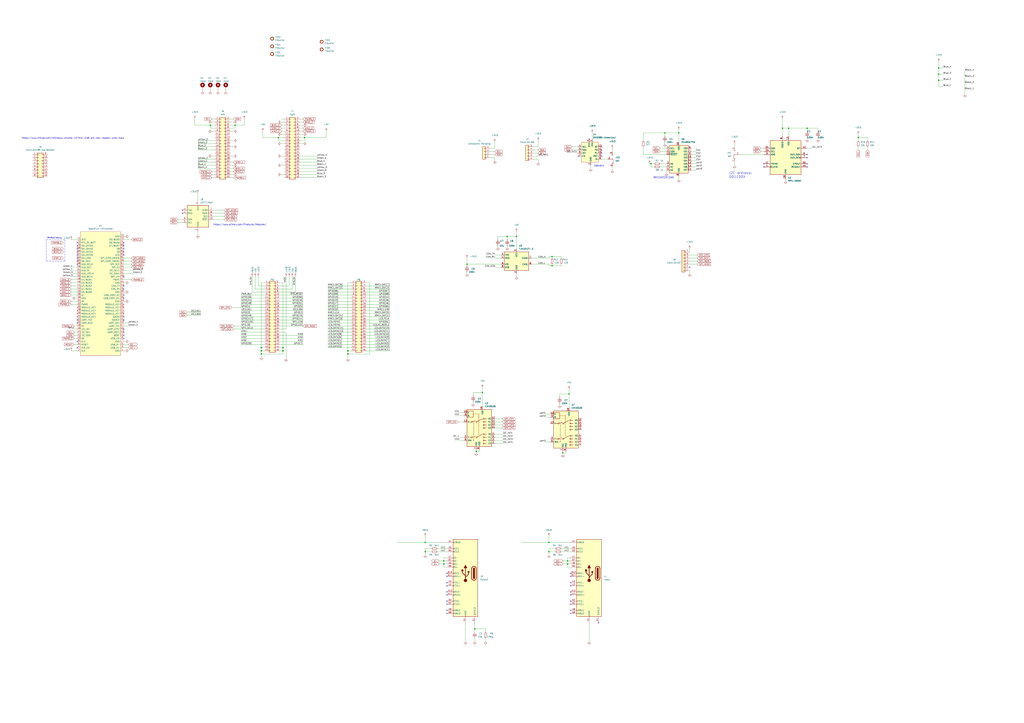
<source format=kicad_sch>
(kicad_sch (version 20211123) (generator eeschema)
  (paper "A1")
  (title_block (date "2023-02-18"))
  (junction (at 232.41 285.75) (diameter 1.016))
  (junction (at 232.41 288.29) (diameter 1.016))
  (junction (at 172.72 102.87))
  (junction (at 450.85 445.77))
  (junction (at 453.39 218.44))
  (junction (at 546.1 109.22))
  (junction (at 285.75 288.29) (diameter 1.016))
  (junction (at 364.49 461.01))
  (junction (at 450.85 453.39))
  (junction (at 396.24 322.58))
  (junction (at 383.54 217.17))
  (junction (at 349.25 445.77))
  (junction (at 462.28 372.11))
  (junction (at 466.09 463.55))
  (junction (at 424.18 194.31))
  (junction (at 193.04 102.87))
  (junction (at 364.49 463.55))
  (junction (at 453.39 210.82))
  (junction (at 770.89 60.96))
  (junction (at 389.89 516.89))
  (junction (at 228.6 113.03))
  (junction (at 416.56 194.31))
  (junction (at 466.09 461.01))
  (junction (at 214.63 290.83) (diameter 1.016))
  (junction (at 557.53 109.22))
  (junction (at 770.89 66.04))
  (junction (at 349.25 453.39))
  (junction (at 704.85 113.03))
  (junction (at 770.89 55.88))
  (junction (at 534.67 134.62))
  (junction (at 250.19 113.03))
  (junction (at 285.75 290.83) (diameter 1.016))
  (junction (at 214.63 288.29) (diameter 1.016))
  (junction (at 391.16 370.84))
  (junction (at 642.62 105.41))
  (junction (at 662.94 105.41))
  (junction (at 467.36 323.85))
  (junction (at 647.7 105.41))
  (junction (at 214.63 285.75) (diameter 1.016))
  (no_connect (at 149.86 175.26))
  (no_connect (at 101.6 237.49))
  (no_connect (at 367.03 471.17))
  (no_connect (at 662.94 134.62))
  (no_connect (at 474.98 128.27))
  (no_connect (at 101.6 260.35))
  (no_connect (at 101.6 227.33))
  (no_connect (at 367.03 496.57))
  (no_connect (at 627.38 134.62))
  (no_connect (at 149.86 172.72))
  (no_connect (at 63.5 280.67))
  (no_connect (at 662.94 127))
  (no_connect (at 468.63 481.33))
  (no_connect (at 566.42 219.71))
  (no_connect (at 468.63 486.41))
  (no_connect (at 367.03 494.03))
  (no_connect (at 494.03 120.65))
  (no_connect (at 63.5 201.93))
  (no_connect (at 101.6 245.11))
  (no_connect (at 63.5 199.39))
  (no_connect (at 63.5 209.55))
  (no_connect (at 494.03 123.19))
  (no_connect (at 367.03 481.33))
  (no_connect (at 367.03 488.95))
  (no_connect (at 468.63 504.19))
  (no_connect (at 468.63 471.17))
  (no_connect (at 662.94 129.54))
  (no_connect (at 468.63 496.57))
  (no_connect (at 63.5 212.09))
  (no_connect (at 101.6 273.05))
  (no_connect (at 468.63 494.03))
  (no_connect (at 101.6 270.51))
  (no_connect (at 101.6 234.95))
  (no_connect (at 101.6 275.59))
  (no_connect (at 63.5 207.01))
  (no_connect (at 468.63 473.71))
  (no_connect (at 101.6 207.01))
  (no_connect (at 491.49 511.81))
  (no_connect (at 367.03 478.79))
  (no_connect (at 63.5 217.17))
  (no_connect (at 63.5 214.63))
  (no_connect (at 101.6 201.93))
  (no_connect (at 101.6 199.39))
  (no_connect (at 367.03 504.19))
  (no_connect (at 101.6 242.57))
  (no_connect (at 468.63 488.95))
  (no_connect (at 627.38 137.16))
  (no_connect (at 101.6 204.47))
  (no_connect (at 494.03 128.27))
  (no_connect (at 367.03 486.41))
  (no_connect (at 494.03 125.73))
  (no_connect (at 101.6 262.89))
  (no_connect (at 101.6 278.13))
  (no_connect (at 63.5 285.75))
  (no_connect (at 662.94 137.16))
  (no_connect (at 63.5 204.47))
  (no_connect (at 63.5 262.89))
  (no_connect (at 468.63 501.65))
  (no_connect (at 468.63 478.79))
  (no_connect (at 101.6 209.55))
  (no_connect (at 367.03 473.71))
  (no_connect (at 483.87 114.3))
  (no_connect (at 63.5 265.43))
  (no_connect (at 367.03 501.65))
  (wire (pts (xy 198.12 283.21) (xy 217.17 283.21)))
  (wire (pts (xy 462.28 463.55) (xy 466.09 463.55)))
  (wire (pts (xy 231.14 102.87) (xy 233.68 102.87)))
  (wire (pts (xy 214.63 290.83) (xy 214.63 293.37)))
  (wire (pts (xy 58.42 242.57) (xy 63.5 242.57)))
  (wire (pts (xy 101.6 194.31) (xy 102.87 194.31)))
  (wire (pts (xy 441.96 130.81) (xy 441.96 133.35)))
  (wire (pts (xy 300.99 262.89) (xy 320.04 262.89)))
  (wire (pts (xy 300.99 234.95) (xy 320.04 234.95)))
  (wire (pts (xy 246.38 102.87) (xy 248.92 102.87)))
  (wire (pts (xy 662.94 114.3) (xy 662.94 113.03)))
  (wire (pts (xy 300.99 252.73) (xy 320.04 252.73)))
  (wire (pts (xy 396.24 322.58) (xy 396.24 334.01)))
  (wire (pts (xy 228.6 113.03) (xy 233.68 113.03)))
  (wire (pts (xy 198.12 242.57) (xy 217.17 242.57)))
  (wire (pts (xy 534.67 134.62) (xy 537.21 134.62)))
  (wire (pts (xy 406.4 127) (xy 402.59 127)))
  (wire (pts (xy 300.99 273.05) (xy 320.04 273.05)))
  (wire (pts (xy 349.25 450.85) (xy 354.33 450.85)))
  (wire (pts (xy 450.85 210.82) (xy 453.39 210.82)))
  (wire (pts (xy 406.4 209.55) (xy 411.48 209.55)))
  (wire (pts (xy 566.42 222.25) (xy 566.42 224.79)))
  (wire (pts (xy 63.5 273.05) (xy 60.96 273.05)))
  (wire (pts (xy 242.57 227.33) (xy 242.57 240.03)))
  (wire (pts (xy 448.31 340.36) (xy 452.12 340.36)))
  (wire (pts (xy 572.77 214.63) (xy 566.42 214.63)))
  (wire (pts (xy 105.41 265.43) (xy 101.6 265.43)))
  (wire (pts (xy 461.01 210.82) (xy 461.01 212.09)))
  (wire (pts (xy 704.85 110.49) (xy 704.85 113.03)))
  (wire (pts (xy 198.12 273.05) (xy 217.17 273.05)))
  (wire (pts (xy 300.99 257.81) (xy 320.04 257.81)))
  (polyline (pts (xy 53.34 214.63) (xy 53.34 196.85)))
  (wire (pts (xy 172.72 73.66) (xy 172.72 74.93)))
  (wire (pts (xy 229.87 247.65) (xy 248.92 247.65)))
  (wire (pts (xy 229.87 252.73) (xy 248.92 252.73)))
  (wire (pts (xy 246.38 118.11) (xy 248.92 118.11)))
  (wire (pts (xy 572.77 212.09) (xy 566.42 212.09)))
  (wire (pts (xy 269.24 234.95) (xy 288.29 234.95)))
  (wire (pts (xy 364.49 458.47) (xy 367.03 458.47)))
  (wire (pts (xy 229.87 255.27) (xy 248.92 255.27)))
  (wire (pts (xy 450.85 212.09) (xy 450.85 210.82)))
  (wire (pts (xy 645.16 147.32) (xy 645.16 148.59)))
  (wire (pts (xy 231.14 107.95) (xy 233.68 107.95)))
  (wire (pts (xy 557.53 144.78) (xy 557.53 147.32)))
  (wire (pts (xy 416.56 194.31) (xy 416.56 196.85)))
  (wire (pts (xy 416.56 194.31) (xy 424.18 194.31)))
  (wire (pts (xy 207.01 240.03) (xy 207.01 227.33)))
  (wire (pts (xy 60.96 270.51) (xy 63.5 270.51)))
  (wire (pts (xy 229.87 275.59) (xy 248.92 275.59)))
  (wire (pts (xy 450.85 455.93) (xy 450.85 453.39)))
  (wire (pts (xy 546.1 109.22) (xy 546.1 111.76)))
  (wire (pts (xy 214.63 232.41) (xy 214.63 285.75)))
  (wire (pts (xy 704.85 120.65) (xy 704.85 123.19)))
  (wire (pts (xy 189.23 105.41) (xy 193.04 105.41)))
  (wire (pts (xy 109.22 224.79) (xy 101.6 224.79)))
  (wire (pts (xy 269.24 275.59) (xy 288.29 275.59)))
  (wire (pts (xy 267.97 107.95) (xy 267.97 113.03)))
  (wire (pts (xy 364.49 458.47) (xy 364.49 461.01)))
  (wire (pts (xy 173.99 146.05) (xy 176.53 146.05)))
  (wire (pts (xy 360.68 463.55) (xy 364.49 463.55)))
  (wire (pts (xy 671.83 114.3) (xy 671.83 113.03)))
  (wire (pts (xy 485.14 135.89) (xy 485.14 138.43)))
  (wire (pts (xy 382.27 511.81) (xy 382.27 527.05)))
  (wire (pts (xy 464.82 370.84) (xy 464.82 372.11)))
  (wire (pts (xy 59.69 219.71) (xy 63.5 219.71)))
  (wire (pts (xy 59.69 224.79) (xy 63.5 224.79)))
  (wire (pts (xy 246.38 133.35) (xy 260.35 133.35)))
  (wire (pts (xy 246.38 146.05) (xy 260.35 146.05)))
  (wire (pts (xy 450.85 450.85) (xy 455.93 450.85)))
  (wire (pts (xy 189.23 107.95) (xy 191.77 107.95)))
  (wire (pts (xy 109.22 222.25) (xy 101.6 222.25)))
  (wire (pts (xy 528.32 115.57) (xy 528.32 109.22)))
  (wire (pts (xy 229.87 267.97) (xy 248.92 267.97)))
  (wire (pts (xy 388.62 330.2) (xy 388.62 331.47)))
  (wire (pts (xy 189.23 120.65) (xy 191.77 120.65)))
  (wire (pts (xy 354.33 453.39) (xy 349.25 453.39)))
  (wire (pts (xy 389.89 516.89) (xy 389.89 511.81)))
  (wire (pts (xy 233.68 115.57) (xy 228.6 115.57)))
  (wire (pts (xy 300.99 283.21) (xy 320.04 283.21)))
  (wire (pts (xy 146.05 180.34) (xy 149.86 180.34)))
  (wire (pts (xy 647.7 105.41) (xy 647.7 111.76)))
  (wire (pts (xy 285.75 232.41) (xy 288.29 232.41)))
  (wire (pts (xy 229.87 234.95) (xy 237.49 234.95)))
  (wire (pts (xy 571.5 137.16) (xy 567.69 137.16)))
  (wire (pts (xy 438.15 128.27) (xy 441.96 128.27)))
  (wire (pts (xy 712.47 120.65) (xy 712.47 123.19)))
  (wire (pts (xy 662.94 105.41) (xy 671.83 105.41)))
  (wire (pts (xy 60.96 278.13) (xy 63.5 278.13)))
  (wire (pts (xy 450.85 218.44) (xy 453.39 218.44)))
  (wire (pts (xy 269.24 255.27) (xy 288.29 255.27)))
  (wire (pts (xy 300.99 245.11) (xy 320.04 245.11)))
  (wire (pts (xy 459.74 331.47) (xy 459.74 332.74)))
  (wire (pts (xy 160.02 102.87) (xy 172.72 102.87)))
  (wire (pts (xy 229.87 278.13) (xy 248.92 278.13)))
  (wire (pts (xy 162.56 130.81) (xy 176.53 130.81)))
  (wire (pts (xy 303.53 232.41) (xy 303.53 290.83)))
  (wire (pts (xy 412.75 356.87) (xy 406.4 356.87)))
  (wire (pts (xy 607.06 127) (xy 627.38 127)))
  (wire (pts (xy 246.38 107.95) (xy 248.92 107.95)))
  (polyline (pts (xy 38.1 214.63) (xy 53.34 214.63)))
  (wire (pts (xy 642.62 97.79) (xy 642.62 105.41)))
  (wire (pts (xy 198.12 250.19) (xy 217.17 250.19)))
  (wire (pts (xy 166.37 73.66) (xy 166.37 74.93)))
  (wire (pts (xy 59.69 222.25) (xy 63.5 222.25)))
  (wire (pts (xy 198.12 278.13) (xy 217.17 278.13)))
  (wire (pts (xy 450.85 445.77) (xy 468.63 445.77)))
  (wire (pts (xy 229.87 257.81) (xy 248.92 257.81)))
  (wire (pts (xy 250.19 113.03) (xy 267.97 113.03)))
  (wire (pts (xy 770.89 50.8) (xy 770.89 55.88)))
  (wire (pts (xy 300.99 255.27) (xy 320.04 255.27)))
  (wire (pts (xy 360.68 461.01) (xy 364.49 461.01)))
  (wire (pts (xy 189.23 146.05) (xy 191.77 146.05)))
  (wire (pts (xy 406.4 124.46) (xy 402.59 124.46)))
  (wire (pts (xy 571.5 139.7) (xy 567.69 139.7)))
  (wire (pts (xy 246.38 97.79) (xy 248.92 97.79)))
  (wire (pts (xy 666.75 121.92) (xy 662.94 121.92)))
  (wire (pts (xy 436.88 217.17) (xy 450.85 217.17)))
  (wire (pts (xy 269.24 280.67) (xy 288.29 280.67)))
  (wire (pts (xy 172.72 105.41) (xy 172.72 102.87)))
  (wire (pts (xy 105.41 267.97) (xy 101.6 267.97)))
  (wire (pts (xy 285.75 290.83) (xy 303.53 290.83)))
  (wire (pts (xy 285.75 232.41) (xy 285.75 288.29)))
  (wire (pts (xy 198.12 257.81) (xy 217.17 257.81)))
  (wire (pts (xy 173.99 140.97) (xy 176.53 140.97)))
  (wire (pts (xy 234.95 227.33) (xy 234.95 270.51)))
  (wire (pts (xy 146.05 182.88) (xy 149.86 182.88)))
  (wire (pts (xy 176.53 128.27) (xy 173.99 128.27)))
  (wire (pts (xy 466.09 463.55) (xy 466.09 466.09)))
  (wire (pts (xy 412.75 346.71) (xy 406.4 346.71)))
  (wire (pts (xy 217.17 240.03) (xy 207.01 240.03)))
  (wire (pts (xy 377.19 359.41) (xy 381 359.41)))
  (wire (pts (xy 466.09 458.47) (xy 466.09 461.01)))
  (wire (pts (xy 642.62 105.41) (xy 642.62 111.76)))
  (wire (pts (xy 542.29 124.46) (xy 547.37 124.46)))
  (wire (pts (xy 557.53 106.68) (xy 557.53 109.22)))
  (wire (pts (xy 383.54 223.52) (xy 383.54 224.79)))
  (wire (pts (xy 246.38 143.51) (xy 260.35 143.51)))
  (wire (pts (xy 63.5 245.11) (xy 62.23 245.11)))
  (wire (pts (xy 391.16 370.84) (xy 393.7 370.84)))
  (wire (pts (xy 438.15 120.65) (xy 441.96 120.65)))
  (wire (pts (xy 450.85 440.69) (xy 450.85 445.77)))
  (wire (pts (xy 162.56 120.65) (xy 176.53 120.65)))
  (wire (pts (xy 185.42 73.66) (xy 185.42 74.93)))
  (wire (pts (xy 459.74 323.85) (xy 467.36 323.85)))
  (wire (pts (xy 642.62 105.41) (xy 647.7 105.41)))
  (wire (pts (xy 603.25 133.35) (xy 603.25 135.89)))
  (wire (pts (xy 232.41 288.29) (xy 232.41 290.83)))
  (wire (pts (xy 359.41 453.39) (xy 367.03 453.39)))
  (wire (pts (xy 214.63 288.29) (xy 217.17 288.29)))
  (wire (pts (xy 462.28 461.01) (xy 466.09 461.01)))
  (wire (pts (xy 528.32 109.22) (xy 546.1 109.22)))
  (wire (pts (xy 162.56 123.19) (xy 176.53 123.19)))
  (wire (pts (xy 269.24 247.65) (xy 288.29 247.65)))
  (wire (pts (xy 162.56 138.43) (xy 176.53 138.43)))
  (wire (pts (xy 232.41 285.75) (xy 232.41 288.29)))
  (wire (pts (xy 58.42 234.95) (xy 63.5 234.95)))
  (wire (pts (xy 246.38 138.43) (xy 260.35 138.43)))
  (wire (pts (xy 383.54 217.17) (xy 383.54 218.44)))
  (wire (pts (xy 184.15 172.72) (xy 175.26 172.72)))
  (wire (pts (xy 107.95 214.63) (xy 101.6 214.63)))
  (wire (pts (xy 191.77 270.51) (xy 217.17 270.51)))
  (wire (pts (xy 412.75 364.49) (xy 406.4 364.49)))
  (wire (pts (xy 300.99 240.03) (xy 320.04 240.03)))
  (wire (pts (xy 364.49 461.01) (xy 367.03 461.01)))
  (wire (pts (xy 383.54 212.09) (xy 383.54 217.17)))
  (wire (pts (xy 389.89 524.51) (xy 389.89 527.05)))
  (wire (pts (xy 172.72 102.87) (xy 176.53 102.87)))
  (wire (pts (xy 383.54 217.17) (xy 411.48 217.17)))
  (wire (pts (xy 229.87 232.41) (xy 232.41 232.41)))
  (wire (pts (xy 300.99 260.35) (xy 320.04 260.35)))
  (wire (pts (xy 326.39 445.77) (xy 349.25 445.77)))
  (wire (pts (xy 424.18 190.5) (xy 424.18 194.31)))
  (wire (pts (xy 770.89 66.04) (xy 774.7 66.04)))
  (wire (pts (xy 189.23 143.51) (xy 191.77 143.51)))
  (wire (pts (xy 173.99 143.51) (xy 176.53 143.51)))
  (wire (pts (xy 176.53 105.41) (xy 172.72 105.41)))
  (wire (pts (xy 269.24 245.11) (xy 288.29 245.11)))
  (wire (pts (xy 234.95 273.05) (xy 234.95 294.64)))
  (wire (pts (xy 191.77 267.97) (xy 217.17 267.97)))
  (wire (pts (xy 58.42 250.19) (xy 63.5 250.19)))
  (wire (pts (xy 300.99 237.49) (xy 320.04 237.49)))
  (wire (pts (xy 198.12 262.89) (xy 217.17 262.89)))
  (wire (pts (xy 198.12 255.27) (xy 217.17 255.27)))
  (wire (pts (xy 453.39 210.82) (xy 453.39 212.09)))
  (wire (pts (xy 217.17 234.95) (xy 212.09 234.95)))
  (wire (pts (xy 246.38 105.41) (xy 248.92 105.41)))
  (wire (pts (xy 191.77 133.35) (xy 189.23 133.35)))
  (wire (pts (xy 190.5 252.73) (xy 217.17 252.73)))
  (wire (pts (xy 502.92 137.16) (xy 502.92 139.7)))
  (wire (pts (xy 105.41 285.75) (xy 101.6 285.75)))
  (wire (pts (xy 269.24 257.81) (xy 288.29 257.81)))
  (wire (pts (xy 406.4 129.54) (xy 406.4 132.08)))
  (wire (pts (xy 189.23 115.57) (xy 191.77 115.57)))
  (wire (pts (xy 269.24 252.73) (xy 288.29 252.73)))
  (wire (pts (xy 189.23 97.79) (xy 191.77 97.79)))
  (wire (pts (xy 233.68 118.11) (xy 231.14 118.11)))
  (wire (pts (xy 217.17 232.41) (xy 214.63 232.41)))
  (wire (pts (xy 269.24 250.19) (xy 288.29 250.19)))
  (wire (pts (xy 162.56 158.75) (xy 162.56 165.1)))
  (wire (pts (xy 232.41 232.41) (xy 232.41 285.75)))
  (wire (pts (xy 107.95 217.17) (xy 101.6 217.17)))
  (wire (pts (xy 246.38 115.57) (xy 250.19 115.57)))
  (wire (pts (xy 349.25 453.39) (xy 349.25 450.85)))
  (wire (pts (xy 424.18 224.79) (xy 424.18 227.33)))
  (wire (pts (xy 502.92 121.92) (xy 502.92 124.46)))
  (wire (pts (xy 424.18 194.31) (xy 424.18 204.47)))
  (wire (pts (xy 412.75 351.79) (xy 406.4 351.79)))
  (wire (pts (xy 300.99 267.97) (xy 320.04 267.97)))
  (wire (pts (xy 627.38 124.46) (xy 624.84 124.46)))
  (wire (pts (xy 389.89 516.89) (xy 398.78 516.89)))
  (wire (pts (xy 547.37 139.7) (xy 547.37 142.24)))
  (wire (pts (xy 246.38 128.27) (xy 260.35 128.27)))
  (wire (pts (xy 229.87 270.51) (xy 234.95 270.51)))
  (wire (pts (xy 770.89 60.96) (xy 774.7 60.96)))
  (wire (pts (xy 408.94 203.2) (xy 408.94 201.93)))
  (wire (pts (xy 212.09 234.95) (xy 212.09 227.33)))
  (wire (pts (xy 176.53 107.95) (xy 173.99 107.95)))
  (wire (pts (xy 571.5 127) (xy 567.69 127)))
  (wire (pts (xy 453.39 218.44) (xy 453.39 217.17)))
  (wire (pts (xy 427.99 445.77) (xy 450.85 445.77)))
  (wire (pts (xy 285.75 288.29) (xy 285.75 290.83)))
  (wire (pts (xy 704.85 113.03) (xy 704.85 115.57)))
  (wire (pts (xy 162.56 135.89) (xy 176.53 135.89)))
  (wire (pts (xy 398.78 516.89) (xy 398.78 519.43)))
  (wire (pts (xy 398.78 524.51) (xy 398.78 527.05)))
  (wire (pts (xy 542.29 121.92) (xy 547.37 121.92)))
  (wire (pts (xy 406.4 212.09) (xy 411.48 212.09)))
  (wire (pts (xy 246.38 113.03) (xy 250.19 113.03)))
  (wire (pts (xy 466.09 461.01) (xy 468.63 461.01)))
  (wire (pts (xy 441.96 115.57) (xy 441.96 120.65)))
  (wire (pts (xy 770.89 55.88) (xy 774.7 55.88)))
  (wire (pts (xy 349.25 445.77) (xy 367.03 445.77)))
  (wire (pts (xy 229.87 240.03) (xy 242.57 240.03)))
  (wire (pts (xy 406.4 219.71) (xy 411.48 219.71)))
  (wire (pts (xy 461.01 450.85) (xy 468.63 450.85)))
  (wire (pts (xy 438.15 125.73) (xy 441.96 125.73)))
  (wire (pts (xy 448.31 342.9) (xy 452.12 342.9)))
  (wire (pts (xy 438.15 123.19) (xy 441.96 123.19)))
  (wire (pts (xy 412.75 344.17) (xy 406.4 344.17)))
  (wire (pts (xy 229.87 260.35) (xy 248.92 260.35)))
  (wire (pts (xy 231.14 105.41) (xy 233.68 105.41)))
  (wire (pts (xy 285.75 290.83) (xy 285.75 294.64)))
  (wire (pts (xy 486.41 109.22) (xy 486.41 114.3)))
  (wire (pts (xy 233.68 135.89) (xy 231.14 135.89)))
  (wire (pts (xy 571.5 134.62) (xy 567.69 134.62)))
  (wire (pts (xy 396.24 318.77) (xy 396.24 322.58)))
  (wire (pts (xy 229.87 285.75) (xy 232.41 285.75)))
  (wire (pts (xy 153.67 259.08) (xy 165.1 259.08)))
  (wire (pts (xy 184.15 180.34) (xy 175.26 180.34)))
  (wire (pts (xy 461.01 453.39) (xy 468.63 453.39)))
  (wire (pts (xy 364.49 463.55) (xy 364.49 466.09)))
  (wire (pts (xy 162.56 118.11) (xy 176.53 118.11)))
  (wire (pts (xy 671.83 105.41) (xy 671.83 107.95)))
  (wire (pts (xy 107.95 229.87) (xy 101.6 229.87)))
  (wire (pts (xy 712.47 115.57) (xy 712.47 113.03)))
  (wire (pts (xy 246.38 110.49) (xy 248.92 110.49)))
  (wire (pts (xy 792.48 58.42) (xy 792.48 77.47)))
  (wire (pts (xy 58.42 232.41) (xy 63.5 232.41)))
  (wire (pts (xy 229.87 283.21) (xy 248.92 283.21)))
  (wire (pts (xy 462.28 372.11) (xy 462.28 373.38)))
  (wire (pts (xy 233.68 128.27) (xy 231.14 128.27)))
  (wire (pts (xy 467.36 323.85) (xy 467.36 335.28)))
  (wire (pts (xy 193.04 102.87) (xy 200.66 102.87)))
  (wire (pts (xy 58.42 247.65) (xy 63.5 247.65)))
  (wire (pts (xy 229.87 250.19) (xy 248.92 250.19)))
  (wire (pts (xy 189.23 128.27) (xy 191.77 128.27)))
  (wire (pts (xy 269.24 283.21) (xy 288.29 283.21)))
  (wire (pts (xy 101.6 247.65) (xy 102.87 247.65)))
  (wire (pts (xy 184.15 175.26) (xy 175.26 175.26)))
  (wire (pts (xy 288.29 288.29) (xy 285.75 288.29)))
  (wire (pts (xy 107.95 219.71) (xy 101.6 219.71)))
  (wire (pts (xy 237.49 234.95) (xy 237.49 227.33)))
  (wire (pts (xy 189.23 140.97) (xy 191.77 140.97)))
  (wire (pts (xy 231.14 97.79) (xy 233.68 97.79)))
  (wire (pts (xy 229.87 280.67) (xy 248.92 280.67)))
  (wire (pts (xy 269.24 270.51) (xy 288.29 270.51)))
  (wire (pts (xy 473.71 125.73) (xy 474.98 125.73)))
  (wire (pts (xy 459.74 323.85) (xy 459.74 326.39)))
  (wire (pts (xy 269.24 237.49) (xy 288.29 237.49)))
  (wire (pts (xy 466.09 466.09) (xy 468.63 466.09)))
  (wire (pts (xy 388.62 322.58) (xy 388.62 325.12)))
  (wire (pts (xy 153.67 256.54) (xy 165.1 256.54)))
  (wire (pts (xy 499.11 130.81) (xy 494.03 130.81)))
  (wire (pts (xy 269.24 240.03) (xy 288.29 240.03)))
  (wire (pts (xy 377.19 361.95) (xy 381 361.95)))
  (wire (pts (xy 229.87 262.89) (xy 248.92 262.89)))
  (wire (pts (xy 246.38 140.97) (xy 260.35 140.97)))
  (wire (pts (xy 770.89 71.12) (xy 774.7 71.12)))
  (wire (pts (xy 412.75 361.95) (xy 406.4 361.95)))
  (wire (pts (xy 162.56 115.57) (xy 176.53 115.57)))
  (wire (pts (xy 58.42 288.29) (xy 63.5 288.29)))
  (wire (pts (xy 193.04 105.41) (xy 193.04 102.87)))
  (wire (pts (xy 391.16 370.84) (xy 391.16 372.11)))
  (wire (pts (xy 461.01 218.44) (xy 461.01 217.17)))
  (wire (pts (xy 246.38 130.81) (xy 260.35 130.81)))
  (wire (pts (xy 300.99 288.29) (xy 320.04 288.29)))
  (wire (pts (xy 300.99 265.43) (xy 320.04 265.43)))
  (wire (pts (xy 198.12 245.11) (xy 217.17 245.11)))
  (wire (pts (xy 534.67 137.16) (xy 534.67 134.62)))
  (wire (pts (xy 359.41 450.85) (xy 367.03 450.85)))
  (wire (pts (xy 528.32 127) (xy 528.32 120.65)))
  (wire (pts (xy 214.63 290.83) (xy 214.63 288.29)))
  (wire (pts (xy 189.23 100.33) (xy 191.77 100.33)))
  (wire (pts (xy 466.09 463.55) (xy 468.63 463.55)))
  (wire (pts (xy 269.24 278.13) (xy 288.29 278.13)))
  (wire (pts (xy 406.4 116.84) (xy 406.4 121.92)))
  (wire (pts (xy 231.14 100.33) (xy 233.68 100.33)))
  (wire (pts (xy 557.53 109.22) (xy 557.53 116.84)))
  (wire (pts (xy 217.17 237.49) (xy 209.55 237.49)))
  (wire (pts (xy 377.19 341.63) (xy 381 341.63)))
  (wire (pts (xy 198.12 265.43) (xy 217.17 265.43)))
  (wire (pts (xy 229.87 273.05) (xy 234.95 273.05)))
  (polyline (pts (xy 38.1 196.85) (xy 38.1 214.63)))
  (wire (pts (xy 184.15 177.8) (xy 175.26 177.8)))
  (wire (pts (xy 412.75 359.41) (xy 406.4 359.41)))
  (wire (pts (xy 58.42 237.49) (xy 63.5 237.49)))
  (wire (pts (xy 189.23 135.89) (xy 191.77 135.89)))
  (wire (pts (xy 647.7 105.41) (xy 662.94 105.41)))
  (wire (pts (xy 572.77 217.17) (xy 566.42 217.17)))
  (wire (pts (xy 300.99 270.51) (xy 320.04 270.51)))
  (wire (pts (xy 627.38 121.92) (xy 624.84 121.92)))
  (wire (pts (xy 547.37 127) (xy 528.32 127)))
  (wire (pts (xy 229.87 288.29) (xy 232.41 288.29)))
  (wire (pts (xy 450.85 217.17) (xy 450.85 218.44)))
  (wire (pts (xy 542.29 137.16) (xy 547.37 137.16)))
  (wire (pts (xy 712.47 113.03) (xy 704.85 113.03)))
  (wire (pts (xy 269.24 260.35) (xy 288.29 260.35)))
  (wire (pts (xy 300.99 250.19) (xy 320.04 250.19)))
  (wire (pts (xy 101.6 240.03) (xy 102.87 240.03)))
  (wire (pts (xy 571.5 124.46) (xy 567.69 124.46)))
  (wire (pts (xy 566.42 204.47) (xy 566.42 207.01)))
  (wire (pts (xy 300.99 242.57) (xy 320.04 242.57)))
  (wire (pts (xy 300.99 280.67) (xy 320.04 280.67)))
  (wire (pts (xy 229.87 245.11) (xy 248.92 245.11)))
  (wire (pts (xy 364.49 463.55) (xy 367.03 463.55)))
  (wire (pts (xy 450.85 453.39) (xy 450.85 450.85)))
  (wire (pts (xy 770.89 60.96) (xy 770.89 66.04)))
  (wire (pts (xy 269.24 242.57) (xy 288.29 242.57)))
  (wire (pts (xy 462.28 372.11) (xy 464.82 372.11)))
  (wire (pts (xy 198.12 280.67) (xy 217.17 280.67)))
  (wire (pts (xy 215.9 107.95) (xy 215.9 113.03)))
  (wire (pts (xy 412.75 349.25) (xy 406.4 349.25)))
  (wire (pts (xy 537.21 137.16) (xy 534.67 137.16)))
  (wire (pts (xy 483.87 511.81) (xy 483.87 527.05)))
  (wire (pts (xy 200.66 97.79) (xy 200.66 102.87)))
  (wire (pts (xy 198.12 275.59) (xy 217.17 275.59)))
  (wire (pts (xy 603.25 118.11) (xy 603.25 120.65)))
  (wire (pts (xy 162.56 133.35) (xy 176.53 133.35)))
  (wire (pts (xy 455.93 453.39) (xy 450.85 453.39)))
  (wire (pts (xy 533.4 134.62) (xy 534.67 134.62)))
  (wire (pts (xy 375.92 346.71) (xy 381 346.71)))
  (wire (pts (xy 546.1 116.84) (xy 546.1 118.11)))
  (wire (pts (xy 269.24 267.97) (xy 288.29 267.97)))
  (wire (pts (xy 416.56 201.93) (xy 416.56 203.2)))
  (wire (pts (xy 662.94 105.41) (xy 662.94 107.95)))
  (wire (pts (xy 105.41 283.21) (xy 101.6 283.21)))
  (wire (pts (xy 60.96 267.97) (xy 63.5 267.97)))
  (wire (pts (xy 58.42 240.03) (xy 63.5 240.03)))
  (wire (pts (xy 59.69 227.33) (xy 63.5 227.33)))
  (wire (pts (xy 176.53 100.33) (xy 173.99 100.33)))
  (wire (pts (xy 453.39 210.82) (xy 461.01 210.82)))
  (wire (pts (xy 571.5 132.08) (xy 567.69 132.08)))
  (wire (pts (xy 215.9 113.03) (xy 228.6 113.03)))
  (wire (pts (xy 436.88 212.09) (xy 450.85 212.09)))
  (wire (pts (xy 300.99 278.13) (xy 320.04 278.13)))
  (wire (pts (xy 402.59 121.92) (xy 406.4 121.92)))
  (wire (pts (xy 269.24 273.05) (xy 288.29 273.05)))
  (wire (pts (xy 300.99 232.41) (xy 303.53 232.41)))
  (wire (pts (xy 542.29 134.62) (xy 547.37 134.62)))
  (wire (pts (xy 770.89 66.04) (xy 770.89 71.12)))
  (wire (pts (xy 189.23 102.87) (xy 193.04 102.87)))
  (wire (pts (xy 60.96 283.21) (xy 63.5 283.21)))
  (wire (pts (xy 63.5 275.59) (xy 60.96 275.59)))
  (wire (pts (xy 209.55 237.49) (xy 209.55 227.33)))
  (wire (pts (xy 162.56 190.5) (xy 162.56 193.04)))
  (wire (pts (xy 441.96 130.81) (xy 438.15 130.81)))
  (wire (pts (xy 250.19 115.57) (xy 250.19 113.03)))
  (wire (pts (xy 246.38 100.33) (xy 248.92 100.33)))
  (wire (pts (xy 462.28 370.84) (xy 462.28 372.11)))
  (wire (pts (xy 300.99 247.65) (xy 320.04 247.65)))
  (wire (pts (xy 770.89 55.88) (xy 770.89 60.96)))
  (wire (pts (xy 214.63 288.29) (xy 214.63 285.75)))
  (wire (pts (xy 467.36 320.04) (xy 467.36 323.85)))
  (wire (pts (xy 58.42 229.87) (xy 63.5 229.87)))
  (wire (pts (xy 233.68 110.49) (xy 231.14 110.49)))
  (wire (pts (xy 176.53 97.79) (xy 173.99 97.79)))
  (wire (pts (xy 246.38 135.89) (xy 260.35 135.89)))
  (wire (pts (xy 229.87 237.49) (xy 240.03 237.49)))
  (wire (pts (xy 198.12 260.35) (xy 217.17 260.35)))
  (wire (pts (xy 160.02 97.79) (xy 160.02 102.87)))
  (wire (pts (xy 388.62 322.58) (xy 396.24 322.58)))
  (wire (pts (xy 229.87 265.43) (xy 248.92 265.43)))
  (wire (pts (xy 469.9 123.19) (xy 474.98 123.19)))
  (wire (pts (xy 349.25 440.69) (xy 349.25 445.77)))
  (polyline (pts (xy 38.1 196.85) (xy 53.34 196.85)))
  (wire (pts (xy 391.16 369.57) (xy 391.16 370.84)))
  (wire (pts (xy 469.9 120.65) (xy 474.98 120.65)))
  (wire (pts (xy 448.31 363.22) (xy 452.12 363.22)))
  (wire (pts (xy 229.87 242.57) (xy 248.92 242.57)))
  (wire (pts (xy 546.1 109.22) (xy 557.53 109.22)))
  (wire (pts (xy 107.95 196.85) (xy 101.6 196.85)))
  (wire (pts (xy 389.89 516.89) (xy 389.89 519.43)))
  (wire (pts (xy 572.77 209.55) (xy 566.42 209.55)))
  (wire (pts (xy 233.68 143.51) (xy 231.14 143.51)))
  (wire (pts (xy 214.63 285.75) (xy 217.17 285.75)))
  (wire (pts (xy 393.7 369.57) (xy 393.7 370.84)))
  (wire (pts (xy 101.6 280.67) (xy 102.87 280.67)))
  (wire (pts (xy 228.6 115.57) (xy 228.6 113.03)))
  (wire (pts (xy 453.39 218.44) (xy 461.01 218.44)))
  (wire (pts (xy 58.42 196.85) (xy 63.5 196.85)))
  (wire (pts (xy 408.94 194.31) (xy 408.94 196.85)))
  (wire (pts (xy 107.95 212.09) (xy 101.6 212.09)))
  (wire (pts (xy 300.99 275.59) (xy 320.04 275.59)))
  (wire (pts (xy 408.94 194.31) (xy 416.56 194.31)))
  (wire (pts (xy 571.5 129.54) (xy 567.69 129.54)))
  (wire (pts (xy 269.24 262.89) (xy 288.29 262.89)))
  (wire (pts (xy 377.19 339.09) (xy 381 339.09)))
  (wire (pts (xy 189.23 138.43) (xy 191.77 138.43)))
  (wire (pts (xy 269.24 265.43) (xy 288.29 265.43)))
  (wire (pts (xy 179.07 73.66) (xy 179.07 74.93)))
  (wire (pts (xy 240.03 237.49) (xy 240.03 227.33)))
  (wire (pts (xy 300.99 285.75) (xy 320.04 285.75)))
  (wire (pts (xy 466.09 458.47) (xy 468.63 458.47)))
  (wire (pts (xy 406.4 129.54) (xy 402.59 129.54)))
  (wire (pts (xy 364.49 466.09) (xy 367.03 466.09)))
  (wire (pts (xy 198.12 247.65) (xy 217.17 247.65)))
  (wire (pts (xy 214.63 290.83) (xy 232.41 290.83)))
  (wire (pts (xy 349.25 455.93) (xy 349.25 453.39)))
  (wire (pts (xy 101.6 232.41) (xy 102.87 232.41)))
  (wire (pts (xy 269.24 285.75) (xy 288.29 285.75)))
  (wire (pts (xy 101.6 288.29) (xy 102.87 288.29)))
  (text "I2C ardress:\n001100X" (at 598.805 146.685 0) (effects (font (size 2 2)) (justify left bottom)))
  (text "100101X" (at 487.68 137.16 0) (effects (font (size 1.27 1.27)) (justify left bottom)))
  (text "0011[A2][A1][A0]" (at 536.575 146.685 0) (effects (font (size 1.27 1.27)) (justify left bottom)))
  (text "https://www.mikroe.com/mikrobus-shuttle-127mm-2x8-pin-box-header-smd-male" (at 17.78 114.3 0) (effects (font (size 1.27 1.27)) (justify left bottom)))
  (text "RP2040/Teensy" (at 38.735 196.215 0) (effects (font (size 1 1)) (justify left bottom)))
  (text "https://www.olimex.com/Products/Modules/" (at 175.26 185.42 0) (effects (font (size 1.27 1.27)) (justify left bottom)))
  (label "uart1" (at 571.5 134.62 0))
  (label "GPIO[5]" (at 248.92 252.73 180))
  (label "GPIO[7]" (at 248.92 283.21 180))
  (label "GPIO[15]" (at 248.92 260.35 180))
  (label "LCD.DATA[4]" (at 269.24 280.67 0))
  (label "Blue_3" (at 774.7 60.96 0))
  (label "cc2" (at 463.55 453.39 0))
  (label "LCD.DATA[8]" (at 269.24 275.59 0))
  (label "yellow_3" (at 260.35 138.43 0))
  (label "CAN_L" (at 441.96 217.17 0))
  (label "Blue_4" (at 774.7 55.88 0))
  (label "GPIO[4]" (at 198.12 252.73 0))
  (label "GPIO[20]" (at 198.12 283.21 0))
  (label "MMC1.DAT[4]" (at 269.24 260.35 0))
  (label "uart3" (at 448.31 363.22 180))
  (label "CAN_H" (at 441.96 212.09 0))
  (label "Black_2" (at 792.48 68.58 0))
  (label "cc1" (at 463.55 450.85 0))
  (label "INT_1" (at 60.96 270.51 180))
  (label "Black_3" (at 792.48 63.5 0))
  (label "I2C_INT4" (at 412.75 364.49 0))
  (label "I2C_INT2" (at 412.75 359.41 0))
  (label "LCD.VSYNC" (at 269.24 265.43 0))
  (label "LCD.AC_BIAS_E" (at 320.04 267.97 180))
  (label "yellow_1" (at 59.69 222.25 180))
  (label "yellow_2" (at 162.56 115.57 0))
  (label "~{SYS_RESET}" (at 248.92 242.57 180))
  (label "LCD.DATA[6]" (at 269.24 278.13 0))
  (label "uart3" (at 571.5 139.7 0))
  (label "LCD.DATA[14]" (at 269.24 270.51 0))
  (label "VADC" (at 234.95 227.33 270))
  (label "GPIO[68]" (at 320.04 242.57 180))
  (label "GPIO[2]" (at 248.92 257.81 180))
  (label "MMC1.DAT[0]" (at 269.24 262.89 0))
  (label "LCD.DATA[0]" (at 269.24 285.75 0))
  (label "AIN5" (at 248.92 275.59 180))
  (label "uart2" (at 448.31 342.9 180))
  (label "cc2" (at 361.95 453.39 0))
  (label "GPIO[14]" (at 248.92 262.89 180))
  (label "Green_2" (at 109.22 224.79 0))
  (label "Blue_1" (at 774.7 71.12 0))
  (label "SPI1.CS0" (at 248.92 265.43 180))
  (label "GPIO[51]" (at 248.92 250.19 180))
  (label "CS1" (at 377.19 339.09 180))
  (label "PWR_BUT" (at 198.12 242.57 0))
  (label "CS2" (at 377.19 341.63 180))
  (label "I2C_INT3" (at 666.75 121.92 0))
  (label "Blue_2" (at 774.7 66.04 0))
  (label "LCD.DATA[7]" (at 320.04 280.67 180))
  (label "MMC1.DAT[6]" (at 269.24 234.95 0))
  (label "LCD.DATA[10]" (at 320.04 275.59 180))
  (label "AIN1" (at 248.92 280.67 180))
  (label "GPIO[45]" (at 269.24 245.11 0))
  (label "AIN0" (at 198.12 280.67 0))
  (label "AIN3" (at 248.92 278.13 180))
  (label "Black_1" (at 162.56 138.43 0))
  (label "LCD.DATA[13]" (at 269.24 273.05 0))
  (label "AIN2" (at 198.12 278.13 0))
  (label "GPIO[61]" (at 320.04 265.43 180))
  (label "Black_1" (at 792.48 73.66 0))
  (label "Blue_4" (at 260.35 133.35 0))
  (label "LCD.DATA[11]" (at 320.04 273.05 180))
  (label "SPI1.D0" (at 198.12 267.97 0))
  (label "MMC1.DAT[7]" (at 320.04 234.95 180))
  (label "GPIO[65]" (at 320.04 252.73 180))
  (label "I2C2.SDA" (at 165.1 259.08 180))
  (label "yellow_2" (at 109.22 222.25 0))
  (label "Blue_3" (at 260.35 143.51 0))
  (label "yellow_3" (at 59.69 227.33 180))
  (label "GPIO[117]" (at 198.12 262.89 0))
  (label "AIN6" (at 198.12 275.59 0))
  (label "uart1" (at 448.31 340.36 180))
  (label "CAN_STB" (at 406.4 219.71 180))
  (label "I2C_INT2" (at 473.71 125.73 180))
  (label "Green_1" (at 162.56 133.35 0))
  (label "MMC1.DAT[2]" (at 269.24 237.49 0))
  (label "SYS_5V" (at 207.01 227.33 270))
  (label "Green_2" (at 162.56 118.11 0))
  (label "GPIO[22]" (at 269.24 255.27 0))
  (label "LCD.DATA[1]" (at 320.04 288.29 180))
  (label "I2C_INT3" (at 412.75 361.95 0))
  (label "CAN_RX" (at 406.4 212.09 180))
  (label "MMC1.CLK" (at 269.24 257.81 0))
  (label "I2C_INT1" (at 441.96 128.27 0))
  (label "GPIO[3]" (at 198.12 257.81 0))
  (label "CS2" (at 571.5 127 0))
  (label "I2C2.SDA" (at 248.92 255.27 180))
  (label "GPIO[40]" (at 248.92 247.65 180))
  (label "MMC1.DAT[5]" (at 320.04 257.81 180))
  (label "GPIO[31]" (at 198.12 247.65 0))
  (label "GPIO[47]" (at 269.24 250.19 0))
  (label "GPIO[125]" (at 198.12 265.43 0))
  (label "GPIO[48]" (at 198.12 250.19 0))
  (label "GPIO[66]" (at 269.24 240.03 0))
  (label "LCD.DATA[3]" (at 320.04 285.75 180))
  (label "Green_1" (at 59.69 219.71 180))
  (label "GPIO[69]" (at 269.24 242.57 0))
  (label "LCD.HSYNC" (at 269.24 267.97 0))
  (label "CS3" (at 571.5 129.54 0))
  (label "INT_1" (at 377.19 359.41 180))
  (label "uart2" (at 571.5 137.16 0))
  (label "LCD.DATA[5]" (at 320.04 283.21 180))
  (label "Green_3" (at 59.69 224.79 180))
  (label "GPIO[46]" (at 320.04 250.19 180))
  (label "Green_4" (at 260.35 130.81 0))
  (label "cc1" (at 361.95 450.85 0))
  (label "CS3" (at 377.19 361.95 180))
  (label "CS4" (at 571.5 132.08 0))
  (label "GPIO[67]" (at 320.04 240.03 180))
  (label "GPIO[27]" (at 269.24 252.73 0))
  (label "GPIO[23]" (at 269.24 247.65 0))
  (label "AIN4" (at 198.12 273.05 0))
  (label "CAN_TX" (at 406.4 209.55 180))
  (label "Blue_1" (at 162.56 135.89 0))
  (label "LCD.DATA[15]" (at 320.04 270.51 180))
  (label "yellow_4" (at 105.41 265.43 0))
  (label "MMC1.DAT[3]" (at 320.04 237.49 180))
  (label "LCD.PCLK" (at 320.04 262.89 180))
  (label "GPIO[49]" (at 198.12 260.35 0))
  (label "GPIO[30]" (at 198.12 245.11 0))
  (label "Green_3" (at 260.35 140.97 0))
  (label "Black_4" (at 792.48 58.42 0))
  (label "GPIO[60]" (at 248.92 245.11 180))
  (label "MMC1.DAT[1]" (at 320.04 260.35 180))
  (label "Black_3" (at 260.35 146.05 0))
  (label "MMC1.CMD" (at 320.04 255.27 180))
  (label "I2C2.SCL" (at 165.1 256.54 180))
  (label "I2C_INT1" (at 412.75 356.87 0))
  (label "LCD.DATA[9]" (at 320.04 278.13 180))
  (label "SPI1.SCLK" (at 198.12 270.51 0))
  (label "Black_4" (at 260.35 135.89 0))
  (label "yellow_1" (at 162.56 130.81 0))
  (label "yellow_4" (at 260.35 128.27 0))
  (label "GPIO[122]" (at 248.92 267.97 180))
  (label "SYS_5V" (at 242.57 227.33 270))
  (label "Blue_2" (at 162.56 120.65 0))
  (label "I2C2.SCL" (at 198.12 255.27 0))
  (label "GPIO[26]" (at 320.04 247.65 180))
  (label "LCD.DATA[2]" (at 269.24 283.21 0))
  (label "CS1" (at 571.5 124.46 0))
  (label "Green_4" (at 105.41 267.97 0))
  (label "Black_2" (at 162.56 123.19 0))
  (label "GPIO[44]" (at 320.04 245.11 180))
  (global_label "PWMA_1" (shape input) (at 173.99 140.97 180) (property "Intersheet References" "${INTERSHEET_REFS}" (effects hide)))
  (global_label "SPI_MOSI" (shape input) (at 184.15 175.26 0) (property "Intersheet References" "${INTERSHEET_REFS}" (effects hide)))
  (global_label "BIN2_1" (shape input) (at 58.42 242.57 180) (property "Intersheet References" "${INTERSHEET_REFS}" (effects hide)))
  (global_label "AIN1_1" (shape input) (at 58.42 240.03 180) (property "Intersheet References" "${INTERSHEET_REFS}" (effects hide)))
  (global_label "SPI_CS" (shape input) (at 107.95 219.71 0) (property "Intersheet References" "${INTERSHEET_REFS}" (effects hide)))
  (global_label "SPI_CP1" (shape input) (at 412.75 344.17 0) (property "Intersheet References" "${INTERSHEET_REFS}" (effects hide)))
  (global_label "SCL" (shape input) (at 469.9 120.65 180) (property "Intersheet References" "${INTERSHEET_REFS}" (effects hide)))
  (global_label "SPI_MOSI" (shape input) (at 248.92 267.97 0) (property "Intersheet References" "${INTERSHEET_REFS}" (effects hide)))
  (global_label "PWMA_2" (shape input) (at 248.92 107.95 0) (property "Intersheet References" "${INTERSHEET_REFS}" (effects hide)))
  (global_label "SPI_CP3" (shape input) (at 572.77 209.55 0) (property "Intersheet References" "${INTERSHEET_REFS}" (effects hide)))
  (global_label "SCL" (shape input) (at 542.29 121.92 180) (property "Intersheet References" "${INTERSHEET_REFS}" (effects hide)))
  (global_label "STBY_2" (shape input) (at 231.14 105.41 180) (property "Intersheet References" "${INTERSHEET_REFS}" (effects hide)))
  (global_label "SCL" (shape input) (at 441.96 125.73 0) (property "Intersheet References" "${INTERSHEET_REFS}" (effects hide)))
  (global_label "AIN2_2" (shape input) (at 58.42 234.95 180) (property "Intersheet References" "${INTERSHEET_REFS}" (effects hide)))
  (global_label "SPI_SCK" (shape input) (at 191.77 270.51 180) (property "Intersheet References" "${INTERSHEET_REFS}" (effects hide)))
  (global_label "SCL" (shape input) (at 624.84 124.46 180) (property "Intersheet References" "${INTERSHEET_REFS}" (effects hide)))
  (global_label "SCL" (shape input) (at 406.4 124.46 0) (property "Intersheet References" "${INTERSHEET_REFS}" (effects hide)))
  (global_label "SCL" (shape input) (at 60.96 273.05 180) (property "Intersheet References" "${INTERSHEET_REFS}" (effects hide)))
  (global_label "SDA" (shape input) (at 469.9 123.19 180) (property "Intersheet References" "${INTERSHEET_REFS}" (effects hide)))
  (global_label "SCL" (shape input) (at 146.05 182.88 180) (property "Intersheet References" "${INTERSHEET_REFS}" (effects hide)))
  (global_label "STBY_1" (shape input) (at 191.77 133.35 0) (property "Intersheet References" "${INTERSHEET_REFS}" (effects hide)))
  (global_label "D2+" (shape bidirectional) (at 462.28 463.55 180) (property "Intersheet References" "${INTERSHEET_REFS}" (effects hide)))
  (global_label "SPI_CP4" (shape input) (at 412.75 351.79 0) (property "Intersheet References" "${INTERSHEET_REFS}" (effects hide)))
  (global_label "D2+" (shape bidirectional) (at 105.41 285.75 0) (property "Intersheet References" "${INTERSHEET_REFS}" (effects hide)))
  (global_label "BIN1_1" (shape input) (at 52.07 207.01 180) (property "Intersheet References" "${INTERSHEET_REFS}" (effects hide)))
  (global_label "PWMA_2" (shape input) (at 60.96 267.97 180) (property "Intersheet References" "${INTERSHEET_REFS}" (effects hide)))
  (global_label "BIN1_1" (shape input) (at 58.42 247.65 180) (property "Intersheet References" "${INTERSHEET_REFS}" (effects hide)))
  (global_label "AIN2_1" (shape input) (at 58.42 237.49 180) (property "Intersheet References" "${INTERSHEET_REFS}" (effects hide)))
  (global_label "SPI_MISO" (shape input) (at 184.15 172.72 0) (property "Intersheet References" "${INTERSHEET_REFS}" (effects hide)))
  (global_label "PWMB_2" (shape input) (at 107.95 229.87 0) (property "Intersheet References" "${INTERSHEET_REFS}" (effects hide)))
  (global_label "STBY_1" (shape input) (at 52.07 212.09 180) (property "Intersheet References" "${INTERSHEET_REFS}" (effects hide)))
  (global_label "SCL" (shape input) (at 704.85 123.19 270) (property "Intersheet References" "${INTERSHEET_REFS}" (effects hide)))
  (global_label "BIN2_1" (shape input) (at 191.77 140.97 0) (property "Intersheet References" "${INTERSHEET_REFS}" (effects hide)))
  (global_label "SPI_MOSI" (shape input) (at 107.95 212.09 0) (property "Intersheet References" "${INTERSHEET_REFS}" (effects hide)))
  (global_label "BIN1_2" (shape input) (at 231.14 102.87 180) (property "Intersheet References" "${INTERSHEET_REFS}" (effects hide)))
  (global_label "BIN1_2" (shape input) (at 58.42 232.41 180) (property "Intersheet References" "${INTERSHEET_REFS}" (effects hide)))
  (global_label "BIN1_1" (shape input) (at 191.77 138.43 0) (property "Intersheet References" "${INTERSHEET_REFS}" (effects hide)))
  (global_label "BIN2_1" (shape input) (at 52.07 204.47 180) (property "Intersheet References" "${INTERSHEET_REFS}" (effects hide)))
  (global_label "PWMB_2" (shape input) (at 248.92 97.79 0) (property "Intersheet References" "${INTERSHEET_REFS}" (effects hide)))
  (global_label "SDA" (shape input) (at 191.77 97.79 0) (property "Intersheet References" "${INTERSHEET_REFS}" (effects hide)))
  (global_label "SCL" (shape input) (at 173.99 97.79 180) (property "Intersheet References" "${INTERSHEET_REFS}" (effects hide)))
  (global_label "AIN1_2" (shape input) (at 58.42 229.87 180) (property "Intersheet References" "${INTERSHEET_REFS}" (effects hide)))
  (global_label "SCL" (shape input) (at 153.67 256.54 180) (property "Intersheet References" "${INTERSHEET_REFS}" (effects hide)))
  (global_label "SPI_SCK" (shape input) (at 184.15 177.8 0) (property "Intersheet References" "${INTERSHEET_REFS}" (effects hide)))
  (global_label "SDA" (shape input) (at 542.29 124.46 180) (property "Intersheet References" "${INTERSHEET_REFS}" (effects hide)))
  (global_label "AIN2_1" (shape input) (at 173.99 143.51 180) (property "Intersheet References" "${INTERSHEET_REFS}" (effects hide)))
  (global_label "PWMA_1" (shape input) (at 60.96 278.13 180) (property "Intersheet References" "${INTERSHEET_REFS}" (effects hide)))
  (global_label "BIN2_2" (shape input) (at 248.92 100.33 0) (property "Intersheet References" "${INTERSHEET_REFS}" (effects hide)))
  (global_label "AIN2_2" (shape input) (at 231.14 107.95 180) (property "Intersheet References" "${INTERSHEET_REFS}" (effects hide)))
  (global_label "SDA" (shape input) (at 153.67 259.08 180) (property "Intersheet References" "${INTERSHEET_REFS}" (effects hide)))
  (global_label "BIN2_2" (shape input) (at 107.95 196.85 0) (property "Intersheet References" "${INTERSHEET_REFS}" (effects hide)))
  (global_label "SPI_CS" (shape input) (at 375.92 346.71 180) (property "Intersheet References" "${INTERSHEET_REFS}" (effects hide)))
  (global_label "PWMB_1" (shape input) (at 58.42 250.19 180) (property "Intersheet References" "${INTERSHEET_REFS}" (effects hide)))
  (global_label "D-" (shape bidirectional) (at 360.68 461.01 180) (property "Intersheet References" "${INTERSHEET_REFS}" (effects hide)))
  (global_label "SPI_CP1" (shape input) (at 184.15 180.34 0) (property "Intersheet References" "${INTERSHEET_REFS}" (effects hide)))
  (global_label "AIN1_2" (shape input) (at 248.92 105.41 0) (property "Intersheet References" "${INTERSHEET_REFS}" (effects hide)))
  (global_label "SDA" (shape input) (at 406.4 127 0) (property "Intersheet References" "${INTERSHEET_REFS}" (effects hide)))
  (global_label "PWMB_1" (shape input) (at 191.77 146.05 0) (property "Intersheet References" "${INTERSHEET_REFS}" (effects hide)))
  (global_label "SDA" (shape input) (at 712.47 123.19 270) (property "Intersheet References" "${INTERSHEET_REFS}" (effects hide)))
  (global_label "SPI_SCK" (shape input) (at 107.95 217.17 0) (property "Intersheet References" "${INTERSHEET_REFS}" (effects hide)))
  (global_label "D+" (shape bidirectional) (at 360.68 463.55 180) (property "Intersheet References" "${INTERSHEET_REFS}" (effects hide)))
  (global_label "SPI_MOSI" (shape input) (at 572.77 214.63 0) (property "Intersheet References" "${INTERSHEET_REFS}" (effects hide)))
  (global_label "SDA" (shape input) (at 624.84 121.92 180) (property "Intersheet References" "${INTERSHEET_REFS}" (effects hide)))
  (global_label "AIN1_1" (shape input) (at 173.99 146.05 180) (property "Intersheet References" "${INTERSHEET_REFS}" (effects hide)))
  (global_label "D2-" (shape bidirectional) (at 105.41 283.21 0) (property "Intersheet References" "${INTERSHEET_REFS}" (effects hide)))
  (global_label "SDA" (shape input) (at 146.05 180.34 180) (property "Intersheet References" "${INTERSHEET_REFS}" (effects hide)))
  (global_label "D2-" (shape bidirectional) (at 462.28 461.01 180) (property "Intersheet References" "${INTERSHEET_REFS}" (effects hide)))
  (global_label "SPI_MISO" (shape input) (at 107.95 214.63 0) (property "Intersheet References" "${INTERSHEET_REFS}" (effects hide)))
  (global_label "SPI_SCK" (shape input) (at 572.77 212.09 0) (property "Intersheet References" "${INTERSHEET_REFS}" (effects hide)))
  (global_label "SPI_MISO" (shape input) (at 572.77 217.17 0) (property "Intersheet References" "${INTERSHEET_REFS}" (effects hide)))
  (global_label "SDA" (shape input) (at 60.96 275.59 180) (property "Intersheet References" "${INTERSHEET_REFS}" (effects hide)))
  (global_label "RESET" (shape input) (at 60.96 283.21 180) (property "Intersheet References" "${INTERSHEET_REFS}" (effects hide)))
  (global_label "SPI_MISO" (shape input) (at 191.77 267.97 180) (property "Intersheet References" "${INTERSHEET_REFS}" (effects hide)))
  (global_label "SPI_CP2" (shape input) (at 190.5 252.73 180) (property "Intersheet References" "${INTERSHEET_REFS}" (effects hide)))
  (global_label "SDA" (shape input) (at 441.96 123.19 0) (property "Intersheet References" "${INTERSHEET_REFS}" (effects hide)))
  (global_label "SPI_CP2" (shape input) (at 412.75 346.71 0) (property "Intersheet References" "${INTERSHEET_REFS}" (effects hide)))
  (global_label "SPI_CP3" (shape input) (at 412.75 349.25 0) (property "Intersheet References" "${INTERSHEET_REFS}" (effects hide)))
  (global_label "PWMB_1" (shape input) (at 52.07 199.39 180) (property "Intersheet References" "${INTERSHEET_REFS}" (effects hide)))
  (symbol (lib_id "power:GND") (at 102.87 194.31 90) (unit 1)
    (property "Reference" "#PWR028" (effects hide))
    (property "Value" "GND" (effects hide))
  )
  (symbol (lib_id "Connector_Generic:Conn_02x20_Odd_Even") (at 181.61 120.65 0) (unit 1)
    (property "Reference" "J6" (at 182.88 91.44 0))
    (property "Value" "left" (at 182.88 93.98 0))
    (property "Footprint" "Connector_PinHeader_2.54mm:PinHeader_2x20_P2.54mm_Vertical" (effects hide))
  )
  (symbol (lib_id "Analog_Switch:CD4052B") (at 393.7 351.79 0) (unit 1)
    (property "Reference" "U3" (at 398.2594 331.47 0) (effects (justify left)))
    (property "Value" "CD4052B" (at 398.2594 334.01 0) (effects (justify left)))
    (property "Footprint" "Package_SO:SOIC-16_3.9x9.9mm_P1.27mm" (effects hide))
    (property "Datasheet" "http://www.ti.com/lit/ds/symlink/cd4052b.pdf" (effects hide))
    (property "LCSC" "C6521" (effects hide))
  )
  (symbol (lib_id "power:GND") (at 416.56 203.2 0) (mirror y) (unit 1)
    (property "Reference" "#PWR0145" (effects hide))
    (property "Value" "GND" (effects hide))
  )
  (symbol (lib_id "power:GND") (at 191.77 115.57 90) (unit 1)
    (property "Reference" "#PWR017" (effects hide))
    (property "Value" "GND" (effects hide))
  )
  (symbol (lib_id "Connector:USB_C_Receptacle") (at 483.87 471.17 0) (mirror y) (unit 1)
    (property "Reference" "J4" (at 495.935 473.7099 0) (effects (justify right)))
    (property "Value" "Input" (at 495.935 476.2499 0) (effects (justify right)))
    (property "Footprint" "Connector_USB:USB_C_Receptacle_HRO_TYPE-C-31-M-12" (effects hide))
    (property "Datasheet" "https://www.usb.org/sites/default/files/documents/usb_type-c.zip" (effects hide))
    (property "LCSC" "C319148" (effects hide))
  )
  (symbol (lib_id "power:+3V3") (at 557.53 106.68 0) (unit 1)
    (property "Reference" "#PWR0129" (effects hide))
    (property "Value" "+3V3" (at 557.53 100.965 0))
  )
  (symbol (lib_id "Connector_Generic:Conn_02x23_Odd_Even") (at 222.25 260.35 0) (unit 1)
    (property "Reference" "P9" (at 223.52 229.87 0))
    (property "Value" "BeagleBone_Black_Header" (effects hide))
    (property "Footprint" "Connector_PinHeader_2.54mm:PinHeader_2x23_P2.54mm_Vertical" (effects hide))
  )
  (symbol (lib_id "power:GND") (at 406.4 132.08 0) (unit 1)
    (property "Reference" "#PWR0109" (effects hide))
    (property "Value" "GND" (effects hide))
  )
  (symbol (lib_id "power:GND") (at 102.87 288.29 90) (unit 1)
    (property "Reference" "#PWR035" (effects hide))
    (property "Value" "GND" (effects hide))
  )
  (symbol (lib_id "power:GND") (at 102.87 280.67 90) (unit 1)
    (property "Reference" "#PWR033" (effects hide))
    (property "Value" "GND" (effects hide))
  )
  (symbol (lib_id "power:+3V3") (at 58.42 196.85 0) (unit 1)
    (property "Reference" "#PWR029" (effects hide))
    (property "Value" "+3V3" (at 52.07 195.58 0) (effects (justify left)))
  )
  (symbol (lib_id "power:+3V3") (at 200.66 97.79 0) (unit 1)
    (property "Reference" "#PWR06" (effects hide))
    (property "Value" "+3V3" (at 200.66 92.075 0))
  )
  (symbol (lib_id "power:+3V3") (at 502.92 121.92 0) (unit 1)
    (property "Reference" "#PWR0113" (effects hide))
    (property "Value" "+3V3" (at 502.92 116.205 0))
  )
  (symbol (lib_id "power:GND") (at 173.99 107.95 270) (unit 1)
    (property "Reference" "#PWR011" (effects hide))
    (property "Value" "GND" (effects hide))
  )
  (symbol (lib_id "Connector:USB_C_Receptacle") (at 382.27 471.17 0) (mirror y) (unit 1)
    (property "Reference" "J3" (at 394.335 473.7099 0) (effects (justify right)))
    (property "Value" "Output" (at 394.335 476.2499 0) (effects (justify right)))
    (property "Footprint" "Connector_USB:USB_C_Receptacle_HRO_TYPE-C-31-M-12" (effects hide))
    (property "Datasheet" "https://www.usb.org/sites/default/files/documents/usb_type-c.zip" (effects hide))
    (property "LCSC" "C319148" (effects hide))
  )
  (symbol (lib_id "power:GND") (at 172.72 74.93 0) (unit 1)
    (property "Reference" "#PWR02" (effects hide))
    (property "Value" "GND" (effects hide))
  )
  (symbol (lib_id "power:GND") (at 173.99 128.27 270) (unit 1)
    (property "Reference" "#PWR021" (effects hide))
    (property "Value" "GND" (effects hide))
  )
  (symbol (lib_id "power:GND") (at 557.53 147.32 0) (unit 1)
    (property "Reference" "#PWR0118" (effects hide))
    (property "Value" "GND" (effects hide))
  )
  (symbol (lib_id "power:+5V") (at 467.36 320.04 0) (unit 1)
    (property "Reference" "#PWR?" (effects hide))
    (property "Value" "+5V" (at 467.36 314.325 0))
  )
  (symbol (lib_id "Mechanical:MountingHole_Pad") (at 172.72 71.12 0) (unit 1) (in_bom no)
    (property "Reference" "H2" (at 170.815 64.135 0) (effects (justify left)))
    (property "Value" "Hole" (at 170.815 66.675 0) (effects (justify left)))
    (property "Footprint" "MountingHole:MountingHole_4.3mm_M4_DIN965_Pad_TopBottom" (effects hide))
  )
  (symbol (lib_id "power:GND") (at 231.14 100.33 270) (unit 1)
    (property "Reference" "#PWR09" (effects hide))
    (property "Value" "GND" (effects hide))
  )
  (symbol (lib_id "power:GND") (at 424.18 227.33 0) (unit 1)
    (property "Reference" "#PWR0146" (effects hide))
    (property "Value" "GND" (effects hide))
  )
  (symbol (lib_id "Device:C_Small") (at 408.94 199.39 0) (unit 1)
    (property "Reference" "C7" (at 410.845 198.12 0) (effects (justify left)))
    (property "Value" "22u" (at 410.21 201.93 0) (effects (justify left)))
    (property "Footprint" "Capacitor_SMD:C_0805_2012Metric" (effects hide))
    (property "LCSC" "C45783" (effects hide))
  )
  (symbol (lib_id "Connector_Generic:Conn_02x23_Odd_Even") (at 293.37 260.35 0) (unit 1)
    (property "Reference" "P8" (at 294.64 229.87 0))
    (property "Value" "BeagleBone_Black_Header" (effects hide))
    (property "Footprint" "Connector_PinHeader_2.54mm:PinHeader_2x23_P2.54mm_Vertical" (effects hide))
  )
  (symbol (lib_id "power:GND") (at 234.95 294.64 0) (unit 1)
    (property "Reference" "#PWR0132" (effects hide))
    (property "Value" "GND" (effects hide))
  )
  (symbol (lib_id "power:+3V3") (at 566.42 204.47 0) (unit 1)
    (property "Reference" "#PWR036" (effects hide))
    (property "Value" "+3V3" (at 566.42 198.755 0))
  )
  (symbol (lib_id "power:GND") (at 546.1 118.11 0) (mirror y) (unit 1)
    (property "Reference" "#PWR0119" (effects hide))
    (property "Value" "GND" (effects hide))
  )
  (symbol (lib_id "Analog_Switch:CD4052B") (at 464.82 353.06 0) (unit 1)
    (property "Reference" "U?" (at 469.3794 332.74 0) (effects (justify left)))
    (property "Value" "CD4052B" (at 469.3794 335.28 0) (effects (justify left)))
    (property "Footprint" "Package_SO:SOIC-16_3.9x9.9mm_P1.27mm" (effects hide))
    (property "Datasheet" "http://www.ti.com/lit/ds/symlink/cd4052b.pdf" (effects hide))
    (property "LCSC" "C6521" (effects hide))
  )
  (symbol (lib_id "power:GND") (at 102.87 232.41 90) (unit 1)
    (property "Reference" "#PWR030" (effects hide))
    (property "Value" "GND" (effects hide))
  )
  (symbol (lib_id "power:GND") (at 185.42 74.93 0) (unit 1)
    (property "Reference" "#PWR04" (effects hide))
    (property "Value" "GND" (effects hide))
  )
  (symbol (lib_id "Device:C_Small") (at 662.94 110.49 0) (unit 1)
    (property "Reference" "C1" (at 662.94 107.95 0) (effects (justify left)))
    (property "Value" "100n" (at 662.94 113.03 0) (effects (justify left)))
    (property "Footprint" "Capacitor_SMD:C_0603_1608Metric" (effects hide))
    (property "LCSC" "C14663" (effects hide))
  )
  (symbol (lib_id "Device:R_Small") (at 398.78 521.97 0) (mirror x) (unit 1)
    (property "Reference" "R9" (at 405.13 520.7 0) (effects (justify right)))
    (property "Value" "1Meg" (at 405.13 523.24 0) (effects (justify right)))
    (property "Footprint" "Resistor_SMD:R_0603_1608Metric_Pad0.98x0.95mm_HandSolder" (effects hide))
    (property "LCSC" "C22935" (effects hide))
  )
  (symbol (lib_id "Jumper:Jumper_3_Bridged12") (at 502.92 130.81 270) (mirror x) (unit 1) (in_bom no)
    (property "Reference" "JP2" (at 505.46 129.5399 90) (effects (justify left)))
    (property "Value" "set" (at 505.46 132.0799 90) (effects (justify left)))
    (property "Footprint" "Jumper:SolderJumper-3_P1.3mm_Bridged12_Pad1.0x1.5mm" (effects hide))
  )
  (symbol (lib_id "power:+5V") (at 240.03 227.33 0) (unit 1)
    (property "Reference" "#PWR0135" (effects hide))
    (property "Value" "+5V" (at 240.411 224.282 90) (effects (justify left)))
  )
  (symbol (lib_id "Device:C_Small") (at 546.1 114.3 0) (mirror y) (unit 1)
    (property "Reference" "C4" (at 552.45 114.3 0) (effects (justify left)))
    (property "Value" "100n" (at 552.45 116.84 0) (effects (justify left)))
    (property "Footprint" "Capacitor_SMD:C_0603_1608Metric_Pad1.08x0.95mm_HandSolder" (effects hide))
    (property "LCSC" "C14663" (effects hide))
  )
  (symbol (lib_id "power:+5V") (at 424.18 190.5 0) (unit 1)
    (property "Reference" "#PWR0144" (effects hide))
    (property "Value" "+5V" (at 424.18 184.785 0))
  )
  (symbol (lib_id "power:+3V3") (at 486.41 109.22 0) (unit 1)
    (property "Reference" "#PWR0115" (effects hide))
    (property "Value" "+3V3" (at 486.41 103.505 0))
  )
  (symbol (lib_id "Connector:UEXT_Host") (at 162.56 177.8 0) (unit 1)
    (property "Reference" "J8" (at 164.5794 163.83 0) (effects (justify left)))
    (property "Value" "UEXT_Host" (at 164.5794 166.37 0) (effects (justify left)))
    (property "Datasheet" "https://www.olimex.com/Products/Modules/UEXT/resources/UEXT_rev_B.pdf" (effects hide))
  )
  (symbol (lib_id "Jumper:Jumper_3_Bridged12") (at 603.25 127 90) (unit 1) (in_bom no)
    (property "Reference" "JP1" (at 600.71 125.7299 90) (effects (justify left)))
    (property "Value" "set" (at 600.71 128.2699 90) (effects (justify left)))
    (property "Footprint" "Jumper:SolderJumper-3_P1.3mm_Bridged12_Pad1.0x1.5mm" (effects hide))
  )
  (symbol (lib_id "Device:R_Small") (at 712.47 118.11 0) (unit 1)
    (property "Reference" "R11" (at 714.375 116.84 0) (effects (justify left)))
    (property "Value" "10k" (at 714.375 119.38 0) (effects (justify left)))
    (property "Footprint" "Resistor_SMD:R_0603_1608Metric" (effects hide))
    (property "LCSC" "C25804" (effects hide))
  )
  (symbol (lib_id "power:GND") (at 191.77 143.51 90) (unit 1)
    (property "Reference" "#PWR026" (effects hide))
    (property "Value" "GND" (effects hide))
  )
  (symbol (lib_id "Device:C_Small") (at 459.74 328.93 0) (mirror y) (unit 1)
    (property "Reference" "C?" (at 466.09 328.93 0) (effects (justify left)))
    (property "Value" "100n" (at 466.09 331.47 0) (effects (justify left)))
    (property "Footprint" "Capacitor_SMD:C_0603_1608Metric_Pad1.08x0.95mm_HandSolder" (effects hide))
    (property "LCSC" "C14663" (effects hide))
  )
  (symbol (lib_id "power:GND") (at 462.28 373.38 0) (mirror y) (unit 1)
    (property "Reference" "#PWR?" (effects hide))
    (property "Value" "GND" (effects hide))
  )
  (symbol (lib_id "Sensor_Motion:MPU-6050") (at 645.16 129.54 0) (unit 1)
    (property "Reference" "U2" (at 647.1794 146.05 0) (effects (justify left)))
    (property "Value" "MPU-6050" (at 647.1794 148.59 0) (effects (justify left)))
    (property "Footprint" "Sensor_Motion:InvenSense_QFN-24_4x4mm_P0.5mm" (effects hide))
    (property "Datasheet" "https://store.invensense.com/datasheets/invensense/MPU-6050_DataSheet_V3%204.pdf" (effects hide))
    (property "LCSC" "C50278" (effects hide))
  )
  (symbol (lib_id "power:+3.3V") (at 237.49 227.33 0) (unit 1)
    (property "Reference" "#PWR0137" (effects hide))
    (property "Value" "+3V3" (at 237.8456 224.282 90) (effects (justify left)))
  )
  (symbol (lib_id "Mechanical:Fiducial") (at 223.52 44.45 0) (unit 1) (in_bom no)
    (property "Reference" "FID1" (at 226.06 43.1799 0) (effects (justify left)))
    (property "Value" "Fiducial" (at 226.06 45.7199 0) (effects (justify left)))
    (property "Footprint" "Z_mycustom_footprint_lib:AI-64" (effects hide))
  )
  (symbol (lib_id "power:+3V3") (at 406.4 116.84 0) (unit 1)
    (property "Reference" "#PWR0110" (effects hide))
    (property "Value" "+3V3" (at 406.4 111.125 0))
  )
  (symbol (lib_id "power:+5V") (at 267.97 107.95 0) (unit 1)
    (property "Reference" "#PWR014" (effects hide))
    (property "Value" "+5V" (at 267.97 102.235 0))
  )
  (symbol (lib_id "power:GND") (at 62.23 245.11 270) (unit 1)
    (property "Reference" "#PWR032" (effects hide))
    (property "Value" "GND" (effects hide))
  )
  (symbol (lib_id "power:GND") (at 191.77 100.33 90) (unit 1)
    (property "Reference" "#PWR08" (effects hide))
    (property "Value" "GND" (effects hide))
  )
  (symbol (lib_id "power:GND") (at 441.96 133.35 0) (unit 1)
    (property "Reference" "#PWR0101" (effects hide))
    (property "Value" "GND" (effects hide))
  )
  (symbol (lib_id "power:GND") (at 566.42 224.79 0) (unit 1)
    (property "Reference" "#PWR037" (effects hide))
    (property "Value" "GND" (effects hide))
  )
  (symbol (lib_id "power:GND") (at 231.14 118.11 270) (unit 1)
    (property "Reference" "#PWR018" (effects hide))
    (property "Value" "GND" (effects hide))
  )
  (symbol (lib_id "power:GND") (at 166.37 74.93 0) (unit 1)
    (property "Reference" "#PWR01" (effects hide))
    (property "Value" "GND" (effects hide))
  )
  (symbol (lib_id "power:GND") (at 214.63 293.37 0) (unit 1)
    (property "Reference" "#PWR0131" (effects hide))
    (property "Value" "GND" (effects hide))
  )
  (symbol (lib_id "Device:R_Small") (at 356.87 453.39 270) (mirror x) (unit 1)
    (property "Reference" "R5" (at 352.425 455.93 90) (effects (justify left)))
    (property "Value" "5k1" (at 356.87 455.93 90) (effects (justify left)))
    (property "Footprint" "Resistor_SMD:R_0603_1608Metric_Pad0.98x0.95mm_HandSolder" (effects hide))
    (property "LCSC" "C23186" (effects hide))
  )
  (symbol (lib_id "Connector_Generic:Conn_01x05") (at 433.07 125.73 180) (unit 1)
    (property "Reference" "J2" (at 433.07 114.3 0))
    (property "Value" "Conn_01x05" (at 433.07 116.84 0))
    (property "Footprint" "Connector_PinHeader_2.54mm:PinHeader_1x05_P2.54mm_Vertical" (effects hide))
  )
  (symbol (lib_id "power:GND") (at 248.92 118.11 90) (unit 1)
    (property "Reference" "#PWR019" (effects hide))
    (property "Value" "GND" (effects hide))
  )
  (symbol (lib_id "power:+3V3") (at 162.56 158.75 0) (unit 1)
    (property "Reference" "#PWR0148" (effects hide))
    (property "Value" "+3V3" (at 156.21 157.48 0) (effects (justify left)))
  )
  (symbol (lib_id "Interface_CAN_LIN:TJA1042T-3") (at 424.18 214.63 0) (unit 1)
    (property "Reference" "U5" (at 426.1994 201.93 0) (effects (justify left)))
    (property "Value" "TJA1042T-3" (at 426.1994 204.47 0) (effects (justify left)))
    (property "Footprint" "Package_SO:SOIC-8_3.9x4.9mm_P1.27mm" (effects hide))
    (property "Datasheet" "https://jlcpcb.com/partdetail/NxpSemicon-TJA1044GT3Z/C961486" (effects hide))
    (property "LCSC" "C961486" (effects hide))
  )
  (symbol (lib_id "power:GND") (at 459.74 332.74 0) (mirror y) (unit 1)
    (property "Reference" "#PWR?" (effects hide))
    (property "Value" "GND" (effects hide))
  )
  (symbol (lib_id "power:VBUS") (at 242.57 227.33 0) (unit 1)
    (property "Reference" "#PWR0133" (effects hide))
    (property "Value" "VBUS" (at 242.951 224.282 90) (effects (justify left)))
  )
  (symbol (lib_id "power:GND") (at 191.77 120.65 90) (unit 1)
    (property "Reference" "#PWR020" (effects hide))
    (property "Value" "GND" (effects hide))
  )
  (symbol (lib_id "power:+3V3") (at 441.96 115.57 0) (unit 1)
    (property "Reference" "#PWR0102" (effects hide))
    (property "Value" "+3V3" (at 441.96 109.855 0))
  )
  (symbol (lib_id "Device:R_Small") (at 539.75 137.16 270) (unit 1)
    (property "Reference" "R8" (at 538.48 139.7 90) (effects (justify left)))
    (property "Value" "1k" (at 542.29 139.7 90) (effects (justify left)))
    (property "Footprint" "Resistor_SMD:R_0603_1608Metric_Pad0.98x0.95mm_HandSolder" (effects hide))
    (property "LCSC" "C21190" (effects hide))
  )
  (symbol (lib_id "Mechanical:MountingHole_Pad") (at 185.42 71.12 0) (unit 1) (in_bom no)
    (property "Reference" "H4" (at 183.515 64.135 0) (effects (justify left)))
    (property "Value" "Hole" (at 183.515 66.675 0) (effects (justify left)))
    (property "Footprint" "MountingHole:MountingHole_4.3mm_M4_DIN965_Pad_TopBottom" (effects hide))
  )
  (symbol (lib_id "power:GND") (at 603.25 135.89 0) (unit 1)
    (property "Reference" "#PWR0103" (effects hide))
    (property "Value" "GND" (effects hide))
  )
  (symbol (lib_id "Device:R_Small") (at 458.47 450.85 270) (unit 1)
    (property "Reference" "R4" (at 454.025 448.31 90) (effects (justify left)))
    (property "Value" "5k1" (at 458.47 448.31 90) (effects (justify left)))
    (property "Footprint" "Resistor_SMD:R_0603_1608Metric_Pad0.98x0.95mm_HandSolder" (effects hide))
    (property "LCSC" "C23186" (effects hide))
  )
  (symbol (lib_id "power:GND") (at 191.77 107.95 90) (unit 1)
    (property "Reference" "#PWR012" (effects hide))
    (property "Value" "GND" (effects hide))
  )
  (symbol (lib_id "power:VBUS") (at 349.25 440.69 0) (mirror y) (unit 1)
    (property "Reference" "#PWR0124" (effects hide))
    (property "Value" "VBUS" (at 349.25 435.61 0))
  )
  (symbol (lib_id "power:+5V") (at 215.9 107.95 0) (unit 1)
    (property "Reference" "#PWR013" (effects hide))
    (property "Value" "+5V" (at 215.9 102.235 0))
  )
  (symbol (lib_id "power:GND") (at 547.37 142.24 0) (unit 1)
    (property "Reference" "#PWR0117" (effects hide))
    (property "Value" "GND" (effects hide))
  )
  (symbol (lib_id "Device:R_Small") (at 704.85 118.11 0) (unit 1)
    (property "Reference" "R10" (at 706.755 116.84 0) (effects (justify left)))
    (property "Value" "10k" (at 706.755 119.38 0) (effects (justify left)))
    (property "Footprint" "Resistor_SMD:R_0603_1608Metric" (effects hide))
    (property "LCSC" "C25804" (effects hide))
  )
  (symbol (lib_id "Device:C_Small") (at 388.62 327.66 0) (mirror y) (unit 1)
    (property "Reference" "C3" (at 394.97 327.66 0) (effects (justify left)))
    (property "Value" "100n" (at 394.97 330.2 0) (effects (justify left)))
    (property "Footprint" "Capacitor_SMD:C_0603_1608Metric_Pad1.08x0.95mm_HandSolder" (effects hide))
    (property "LCSC" "C14663" (effects hide))
  )
  (symbol (lib_id "power:GND") (at 382.27 527.05 0) (unit 1)
    (property "Reference" "#PWR0127" (effects hide))
    (property "Value" "GND" (effects hide))
  )
  (symbol (lib_id "power:GND") (at 248.92 110.49 90) (unit 1)
    (property "Reference" "#PWR016" (effects hide))
    (property "Value" "GND" (effects hide))
  )
  (symbol (lib_id "Device:R_Small") (at 528.32 118.11 0) (unit 1)
    (property "Reference" "R2" (at 530.86 116.84 0) (effects (justify left)))
    (property "Value" "2k7" (at 530.225 118.745 0) (effects (justify left)))
    (property "Footprint" "Resistor_SMD:R_0603_1608Metric_Pad0.98x0.95mm_HandSolder" (effects hide))
    (property "Datasheet" "https://jlcpcb.com/partdetail/13814-0603WAF2701T5E/C13167" (effects hide))
    (property "LCSC" "C13167" (effects hide))
  )
  (symbol (lib_id "power:GND") (at 191.77 128.27 90) (unit 1)
    (property "Reference" "#PWR022" (effects hide))
    (property "Value" "GND" (effects hide))
  )
  (symbol (lib_id "power:+3V3") (at 704.85 110.49 0) (unit 1)
    (property "Reference" "#PWR0141" (effects hide))
    (property "Value" "+3V3" (at 704.85 104.775 0))
  )
  (symbol (lib_id "power:GND") (at 450.85 455.93 0) (unit 1)
    (property "Reference" "#PWR0123" (effects hide))
    (property "Value" "GND" (effects hide))
  )
  (symbol (lib_id "power:GND") (at 191.77 135.89 90) (unit 1)
    (property "Reference" "#PWR024" (effects hide))
    (property "Value" "GND" (effects hide))
  )
  (symbol (lib_id "Mechanical:Fiducial") (at 264.16 40.64 0) (unit 1) (in_bom no)
    (property "Reference" "FID5" (at 266.7 39.3699 0) (effects (justify left)))
    (property "Value" "Fiducial" (at 266.7 41.9099 0) (effects (justify left)))
  )
  (symbol (lib_id "My_custom_lib:BNO085-breackout") (at 485.14 124.46 0) (unit 1)
    (property "Reference" "U4" (at 487.045 110.49 0) (effects (justify left)))
    (property "Value" "BNO085-breackout" (at 487.045 113.03 0) (effects (justify left)))
    (property "Footprint" "Z_mycustom_footprint_lib:BNO085-breackout" (effects hide))
  )
  (symbol (lib_id "power:+3V3") (at 383.54 212.09 0) (unit 1)
    (property "Reference" "#PWR0142" (effects hide))
    (property "Value" "+3V3" (at 386.08 210.8199 0) (effects (justify left)))
  )
  (symbol (lib_id "Connector_Generic:Conn_01x04") (at 397.51 127 180) (unit 1)
    (property "Reference" "J1" (at 393.7 115.57 0))
    (property "Value" " Ultrasonic Ranging" (at 393.7 118.11 0))
    (property "Footprint" "Connector_PinHeader_2.54mm:PinHeader_1x04_P2.54mm_Vertical" (effects hide))
  )
  (symbol (lib_id "power:+3V3") (at 58.42 288.29 0) (unit 1)
    (property "Reference" "#PWR034" (effects hide))
    (property "Value" "+3V3" (at 52.07 287.02 0) (effects (justify left)))
  )
  (symbol (lib_id "Device:C_Small") (at 671.83 110.49 0) (unit 1)
    (property "Reference" "C2" (at 671.83 107.95 0) (effects (justify left)))
    (property "Value" "100n" (at 671.83 113.03 0) (effects (justify left)))
    (property "Footprint" "Capacitor_SMD:C_0603_1608Metric" (effects hide))
    (property "LCSC" "C14663" (effects hide))
  )
  (symbol (lib_id "power:+3V3") (at 533.4 134.62 0) (unit 1)
    (property "Reference" "#PWR0116" (effects hide))
    (property "Value" "+3V3" (at 533.4 129.54 0))
  )
  (symbol (lib_id "power:GND") (at 398.78 527.05 0) (unit 1)
    (property "Reference" "#PWR0125" (effects hide))
    (property "Value" "GND" (effects hide))
  )
  (symbol (lib_id "power:GND") (at 502.92 139.7 0) (mirror y) (unit 1)
    (property "Reference" "#PWR0112" (effects hide))
    (property "Value" "GND" (effects hide))
  )
  (symbol (lib_id "power:+3V3") (at 642.62 97.79 0) (unit 1)
    (property "Reference" "#PWR0111" (effects hide))
    (property "Value" "+3V3" (at 642.62 92.075 0))
  )
  (symbol (lib_id "Device:C_Small") (at 389.89 521.97 0) (mirror y) (unit 1)
    (property "Reference" "C5" (at 396.24 520.7 0) (effects (justify left)))
    (property "Value" "15p" (at 396.24 523.24 0) (effects (justify left)))
    (property "Footprint" "Capacitor_SMD:C_0603_1608Metric_Pad1.08x0.95mm_HandSolder" (effects hide))
    (property "LCSC" "C1644" (effects hide))
  )
  (symbol (lib_id "power:+1V8") (at 234.95 227.33 0) (unit 1)
    (property "Reference" "#PWR0139" (effects hide))
    (property "Value" "+1V8" (at 235.3056 224.282 90) (effects (justify left)))
  )
  (symbol (lib_id "power:GND") (at 173.99 100.33 270) (unit 1)
    (property "Reference" "#PWR07" (effects hide))
    (property "Value" "GND" (effects hide))
  )
  (symbol (lib_id "Connector_Generic:Conn_02x08_Top_Bottom") (at 31.75 134.62 0) (unit 1)
    (property "Reference" "J5" (at 33.02 120.65 0))
    (property "Value" "Conn_02x08_Top_Bottom" (at 33.02 123.19 0))
  )
  (symbol (lib_id "power:GND") (at 231.14 135.89 270) (unit 1)
    (property "Reference" "#PWR025" (effects hide))
    (property "Value" "GND" (effects hide))
  )
  (symbol (lib_id "Mechanical:Fiducial") (at 223.52 38.1 0) (unit 1) (in_bom no)
    (property "Reference" "FID4" (at 226.06 36.8299 0) (effects (justify left)))
    (property "Value" "Fiducial" (at 226.06 39.3699 0) (effects (justify left)))
    (property "Footprint" "Z_mycustom_footprint_lib:RPI4B-mechanical" (effects hide))
  )
  (symbol (lib_id "power:+3V3") (at 770.89 50.8 0) (unit 1)
    (property "Reference" "#PWR0128" (effects hide))
    (property "Value" "+3V3" (at 770.89 45.085 0))
  )
  (symbol (lib_id "Mechanical:MountingHole_Pad") (at 179.07 71.12 0) (unit 1) (in_bom no)
    (property "Reference" "H3" (at 177.165 64.135 0) (effects (justify left)))
    (property "Value" "Hole" (at 177.165 66.675 0) (effects (justify left)))
    (property "Footprint" "MountingHole:MountingHole_4.3mm_M4_DIN965_Pad_TopBottom" (effects hide))
  )
  (symbol (lib_id "Device:R_Small") (at 458.47 453.39 270) (mirror x) (unit 1)
    (property "Reference" "R6" (at 454.025 455.93 90) (effects (justify left)))
    (property "Value" "5k1" (at 458.47 455.93 90) (effects (justify left)))
    (property "Footprint" "Resistor_SMD:R_0603_1608Metric_Pad0.98x0.95mm_HandSolder" (effects hide))
    (property "LCSC" "C23186" (effects hide))
  )
  (symbol (lib_id "power:GND") (at 231.14 128.27 270) (unit 1)
    (property "Reference" "#PWR023" (effects hide))
    (property "Value" "GND" (effects hide))
  )
  (symbol (lib_id "power:GND") (at 671.83 114.3 0) (unit 1)
    (property "Reference" "#PWR0107" (effects hide))
    (property "Value" "GND" (effects hide))
  )
  (symbol (lib_id "power:GND") (at 792.48 77.47 0) (unit 1)
    (property "Reference" "#PWR0108" (effects hide))
    (property "Value" "GND" (effects hide))
  )
  (symbol (lib_id "power:GND") (at 645.16 148.59 0) (unit 1)
    (property "Reference" "#PWR0104" (effects hide))
    (property "Value" "GND" (effects hide))
  )
  (symbol (lib_id "power:GND") (at 231.14 143.51 270) (unit 1)
    (property "Reference" "#PWR027" (effects hide))
    (property "Value" "GND" (effects hide))
  )
  (symbol (lib_id "power:GND") (at 102.87 247.65 90) (unit 1)
    (property "Reference" "#PWR0140" (effects hide))
    (property "Value" "GND" (effects hide))
  )
  (symbol (lib_id "power:+5V") (at 209.55 227.33 0) (unit 1)
    (property "Reference" "#PWR0134" (effects hide))
    (property "Value" "+5V" (at 209.931 224.282 90) (effects (justify left)))
  )
  (symbol (lib_id "power:GND") (at 391.16 372.11 0) (mirror y) (unit 1)
    (property "Reference" "#PWR040" (effects hide))
    (property "Value" "GND" (effects hide))
  )
  (symbol (lib_id "power:+3.3V") (at 212.09 227.33 0) (unit 1)
    (property "Reference" "#PWR0136" (effects hide))
    (property "Value" "+3V3" (at 212.4456 224.282 90) (effects (justify left)))
  )
  (symbol (lib_id "power:GND") (at 389.89 527.05 0) (mirror y) (unit 1)
    (property "Reference" "#PWR0126" (effects hide))
    (property "Value" "GND" (effects hide))
  )
  (symbol (lib_id "power:VBUS") (at 450.85 440.69 0) (mirror y) (unit 1)
    (property "Reference" "#PWR0121" (effects hide))
    (property "Value" "VBUS" (at 450.85 435.61 0))
  )
  (symbol (lib_id "power:GND") (at 231.14 110.49 270) (unit 1)
    (property "Reference" "#PWR015" (effects hide))
    (property "Value" "GND" (effects hide))
  )
  (symbol (lib_id "power:GND") (at 662.94 114.3 0) (unit 1)
    (property "Reference" "#PWR0106" (effects hide))
    (property "Value" "GND" (effects hide))
  )
  (symbol (lib_id "Mechanical:MountingHole_Pad") (at 166.37 71.12 0) (unit 1) (in_bom no)
    (property "Reference" "H1" (at 164.465 64.135 0) (effects (justify left)))
    (property "Value" "Hole" (at 164.465 66.675 0) (effects (justify left)))
    (property "Footprint" "MountingHole:MountingHole_4.3mm_M4_DIN965_Pad_TopBottom" (effects hide))
  )
  (symbol (lib_id "power:VBUS") (at 207.01 227.33 0) (unit 1)
    (property "Reference" "#PWR0138" (effects hide))
    (property "Value" "VBUS" (at 207.391 224.282 90) (effects (justify left)))
  )
  (symbol (lib_id "power:GND") (at 388.62 331.47 0) (mirror y) (unit 1)
    (property "Reference" "#PWR039" (effects hide))
    (property "Value" "GND" (effects hide))
  )
  (symbol (lib_id "power:GND") (at 349.25 455.93 0) (unit 1)
    (property "Reference" "#PWR0122" (effects hide))
    (property "Value" "GND" (effects hide))
  )
  (symbol (lib_id "Interface_Expansion:PCA9557PW") (at 557.53 129.54 0) (unit 1)
    (property "Reference" "U6" (at 559.5494 114.3 0) (effects (justify left)))
    (property "Value" "PCA9557PW" (at 559.5494 116.84 0) (effects (justify left)))
    (property "Footprint" "Package_SO:TSSOP-16_4.4x5mm_P0.65mm" (effects hide))
    (property "Datasheet" "https://www.nxp.com/docs/en/data-sheet/PCA9557.pdf" (effects hide))
    (property "LCSC" "C141380" (effects hide))
  )
  (symbol (lib_id "power:GND") (at 102.87 240.03 90) (unit 1)
    (property "Reference" "#PWR031" (effects hide))
    (property "Value" "GND" (effects hide))
  )
  (symbol (lib_id "power:GND") (at 179.07 74.93 0) (unit 1)
    (property "Reference" "#PWR03" (effects hide))
    (property "Value" "GND" (effects hide))
  )
  (symbol (lib_id "power:GND") (at 483.87 527.05 0) (unit 1)
    (property "Reference" "#PWR0120" (effects hide))
    (property "Value" "GND" (effects hide))
  )
  (symbol (lib_id "power:GND") (at 162.56 193.04 0) (unit 1)
    (property "Reference" "#PWR0149" (effects hide))
    (property "Value" "GND" (effects hide))
  )
  (symbol (lib_id "Device:C_Small") (at 416.56 199.39 0) (mirror y) (unit 1)
    (property "Reference" "C8" (at 421.64 198.12 0) (effects (justify left)))
    (property "Value" "100n" (at 422.91 201.93 0) (effects (justify left)))
    (property "Footprint" "Capacitor_SMD:C_0603_1608Metric_Pad1.08x0.95mm_HandSolder" (effects hide))
    (property "LCSC" "C14663" (effects hide))
  )
  (symbol (lib_id "My_custom_lib:SparkFun-micromod") (at 82.55 247.65 0) (unit 1)
    (property "Reference" "U1" (at 82.55 185.42 0))
    (property "Value" "SparkFun-micromod" (at 82.55 187.96 0))
    (property "Footprint" "Z_mycustom_footprint_lib:SparkFun-micromod-footprint" (effects hide))
  )
  (symbol (lib_id "Device:R_Small") (at 453.39 214.63 0) (mirror y) (unit 1)
    (property "Reference" "R12" (at 458.47 213.36 0) (effects (justify left)))
    (property "Value" "120" (at 459.105 215.9 0) (effects (justify left)))
    (property "Footprint" "Resistor_SMD:R_0603_1608Metric_Pad0.98x0.95mm_HandSolder" (effects hide))
    (property "Datasheet" "https://jlcpcb.com/partdetail/23514-0603WAF1200T5E/C22787" (effects hide))
    (property "LCSC" "C22787" (effects hide))
  )
  (symbol (lib_id "power:GND") (at 383.54 224.79 0) (mirror y) (unit 1)
    (property "Reference" "#PWR0143" (effects hide))
    (property "Value" "GND" (effects hide))
  )
  (symbol (lib_id "Device:R_Small") (at 461.01 214.63 0) (mirror y) (unit 1)
    (property "Reference" "R13" (at 466.09 213.36 0) (effects (justify left)))
    (property "Value" "120" (at 466.725 215.9 0) (effects (justify left)))
    (property "Footprint" "Resistor_SMD:R_0603_1608Metric_Pad0.98x0.95mm_HandSolder" (effects hide))
    (property "Datasheet" "https://jlcpcb.com/partdetail/23514-0603WAF1200T5E/C22787" (effects hide))
    (property "LCSC" "C22787" (effects hide))
  )
  (symbol (lib_id "Connector_Generic:Conn_02x20_Odd_Even") (at 238.76 120.65 0) (unit 1)
    (property "Reference" "J7" (at 240.03 91.44 0))
    (property "Value" "right" (at 240.03 93.98 0))
    (property "Footprint" "Connector_PinHeader_2.54mm:PinHeader_2x20_P2.54mm_Vertical" (effects hide))
  )
  (symbol (lib_id "power:GND") (at 248.92 102.87 90) (unit 1)
    (property "Reference" "#PWR010" (effects hide))
    (property "Value" "GND" (effects hide))
  )
  (symbol (lib_id "power:GND") (at 285.75 294.64 0) (unit 1)
    (property "Reference" "#PWR0130" (effects hide))
    (property "Value" "GND" (effects hide))
  )
  (symbol (lib_id "Device:R_Small") (at 539.75 134.62 90) (unit 1)
    (property "Reference" "R7" (at 541.02 132.08 90) (effects (justify left)))
    (property "Value" "1k" (at 544.83 132.08 90) (effects (justify left)))
    (property "Footprint" "Resistor_SMD:R_0603_1608Metric_Pad0.98x0.95mm_HandSolder" (effects hide))
    (property "LCSC" "C21190" (effects hide))
  )
  (symbol (lib_id "power:GND") (at 485.14 138.43 0) (unit 1)
    (property "Reference" "#PWR0114" (effects hide))
    (property "Value" "GND" (effects hide))
  )
  (symbol (lib_id "power:+3V3") (at 603.25 118.11 0) (mirror y) (unit 1)
    (property "Reference" "#PWR0105" (effects hide))
    (property "Value" "+3V3" (at 603.25 112.395 0))
  )
  (symbol (lib_id "Mechanical:Fiducial") (at 223.52 31.75 0) (unit 1) (in_bom no)
    (property "Reference" "FID2" (at 226.06 30.4799 0) (effects (justify left)))
    (property "Value" "Fiducial" (at 226.06 33.0199 0) (effects (justify left)))
    (property "Footprint" "Z_mycustom_footprint_lib:Jetson-NANO-mechanical" (effects hide))
  )
  (symbol (lib_id "power:+3V3") (at 160.02 97.79 0) (unit 1)
    (property "Reference" "#PWR05" (effects hide))
    (property "Value" "+3V3" (at 160.02 92.075 0))
  )
  (symbol (lib_id "power:GND") (at 408.94 203.2 0) (unit 1)
    (property "Reference" "#PWR0147" (effects hide))
    (property "Value" "GND" (effects hide))
  )
  (symbol (lib_id "Device:R_Small") (at 356.87 450.85 270) (unit 1)
    (property "Reference" "R3" (at 352.425 448.31 90) (effects (justify left)))
    (property "Value" "5k1" (at 356.87 448.31 90) (effects (justify left)))
    (property "Footprint" "Resistor_SMD:R_0603_1608Metric_Pad0.98x0.95mm_HandSolder" (effects hide))
    (property "LCSC" "C23186" (effects hide))
  )
  (symbol (lib_id "Connector_Generic:Conn_01x07") (at 561.34 214.63 180) (unit 1)
    (property "Reference" "J9" (at 553.72 213.36 0))
    (property "Value" "Conn_01x07" (at 553.72 215.9 0))
    (property "Footprint" "Connector_PinHeader_2.54mm:PinHeader_1x07_P2.54mm_Vertical" (effects hide))
  )
  (symbol (lib_id "power:+5V") (at 396.24 318.77 0) (unit 1)
    (property "Reference" "#PWR038" (effects hide))
    (property "Value" "+5V" (at 396.24 313.055 0))
  )
  (symbol (lib_id "Device:C_Small") (at 383.54 220.98 0) (mirror y) (unit 1)
    (property "Reference" "C9" (at 389.89 220.98 0) (effects (justify left)))
    (property "Value" "100n" (at 389.89 223.52 0) (effects (justify left)))
    (property "Footprint" "Capacitor_SMD:C_0603_1608Metric_Pad1.08x0.95mm_HandSolder" (effects hide))
    (property "LCSC" "C14663" (effects hide))
  )
  (symbol (lib_id "Mechanical:Fiducial") (at 264.16 34.29 0) (unit 1) (in_bom no)
    (property "Reference" "FID3" (at 266.7 33.0199 0) (effects (justify left)))
    (property "Value" "Fiducial" (at 266.7 35.5599 0) (effects (justify left)))
  )
)
</source>
